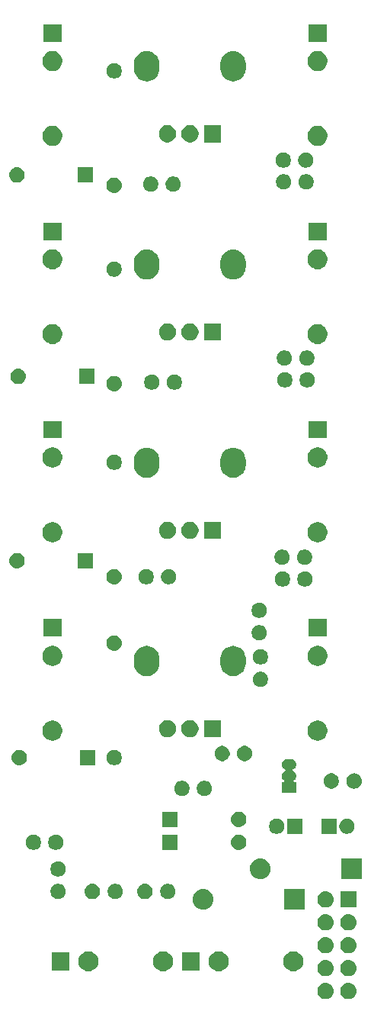
<source format=gbr>
G04 #@! TF.GenerationSoftware,KiCad,Pcbnew,5.1.4*
G04 #@! TF.CreationDate,2019-09-28T21:29:46+01:00*
G04 #@! TF.ProjectId,attenuverter_mixer,61747465-6e75-4766-9572-7465725f6d69,rev?*
G04 #@! TF.SameCoordinates,Original*
G04 #@! TF.FileFunction,Soldermask,Bot*
G04 #@! TF.FilePolarity,Negative*
%FSLAX46Y46*%
G04 Gerber Fmt 4.6, Leading zero omitted, Abs format (unit mm)*
G04 Created by KiCad (PCBNEW 5.1.4) date 2019-09-28 21:29:46*
%MOMM*%
%LPD*%
G04 APERTURE LIST*
%ADD10C,0.100000*%
G04 APERTURE END LIST*
D10*
G36*
X68182442Y-147060518D02*
G01*
X68248627Y-147067037D01*
X68418466Y-147118557D01*
X68574991Y-147202222D01*
X68610729Y-147231552D01*
X68712186Y-147314814D01*
X68795448Y-147416271D01*
X68824778Y-147452009D01*
X68908443Y-147608534D01*
X68959963Y-147778373D01*
X68977359Y-147955000D01*
X68959963Y-148131627D01*
X68908443Y-148301466D01*
X68824778Y-148457991D01*
X68795448Y-148493729D01*
X68712186Y-148595186D01*
X68610729Y-148678448D01*
X68574991Y-148707778D01*
X68418466Y-148791443D01*
X68248627Y-148842963D01*
X68182443Y-148849481D01*
X68116260Y-148856000D01*
X68027740Y-148856000D01*
X67961557Y-148849481D01*
X67895373Y-148842963D01*
X67725534Y-148791443D01*
X67569009Y-148707778D01*
X67533271Y-148678448D01*
X67431814Y-148595186D01*
X67348552Y-148493729D01*
X67319222Y-148457991D01*
X67235557Y-148301466D01*
X67184037Y-148131627D01*
X67166641Y-147955000D01*
X67184037Y-147778373D01*
X67235557Y-147608534D01*
X67319222Y-147452009D01*
X67348552Y-147416271D01*
X67431814Y-147314814D01*
X67533271Y-147231552D01*
X67569009Y-147202222D01*
X67725534Y-147118557D01*
X67895373Y-147067037D01*
X67961558Y-147060518D01*
X68027740Y-147054000D01*
X68116260Y-147054000D01*
X68182442Y-147060518D01*
X68182442Y-147060518D01*
G37*
G36*
X65642442Y-147060518D02*
G01*
X65708627Y-147067037D01*
X65878466Y-147118557D01*
X66034991Y-147202222D01*
X66070729Y-147231552D01*
X66172186Y-147314814D01*
X66255448Y-147416271D01*
X66284778Y-147452009D01*
X66368443Y-147608534D01*
X66419963Y-147778373D01*
X66437359Y-147955000D01*
X66419963Y-148131627D01*
X66368443Y-148301466D01*
X66284778Y-148457991D01*
X66255448Y-148493729D01*
X66172186Y-148595186D01*
X66070729Y-148678448D01*
X66034991Y-148707778D01*
X65878466Y-148791443D01*
X65708627Y-148842963D01*
X65642443Y-148849481D01*
X65576260Y-148856000D01*
X65487740Y-148856000D01*
X65421557Y-148849481D01*
X65355373Y-148842963D01*
X65185534Y-148791443D01*
X65029009Y-148707778D01*
X64993271Y-148678448D01*
X64891814Y-148595186D01*
X64808552Y-148493729D01*
X64779222Y-148457991D01*
X64695557Y-148301466D01*
X64644037Y-148131627D01*
X64626641Y-147955000D01*
X64644037Y-147778373D01*
X64695557Y-147608534D01*
X64779222Y-147452009D01*
X64808552Y-147416271D01*
X64891814Y-147314814D01*
X64993271Y-147231552D01*
X65029009Y-147202222D01*
X65185534Y-147118557D01*
X65355373Y-147067037D01*
X65421558Y-147060518D01*
X65487740Y-147054000D01*
X65576260Y-147054000D01*
X65642442Y-147060518D01*
X65642442Y-147060518D01*
G37*
G36*
X65642442Y-144520518D02*
G01*
X65708627Y-144527037D01*
X65878466Y-144578557D01*
X66034991Y-144662222D01*
X66070729Y-144691552D01*
X66172186Y-144774814D01*
X66255448Y-144876271D01*
X66284778Y-144912009D01*
X66368443Y-145068534D01*
X66419963Y-145238373D01*
X66437359Y-145415000D01*
X66419963Y-145591627D01*
X66368443Y-145761466D01*
X66284778Y-145917991D01*
X66255448Y-145953729D01*
X66172186Y-146055186D01*
X66070729Y-146138448D01*
X66034991Y-146167778D01*
X65878466Y-146251443D01*
X65708627Y-146302963D01*
X65642442Y-146309482D01*
X65576260Y-146316000D01*
X65487740Y-146316000D01*
X65421558Y-146309482D01*
X65355373Y-146302963D01*
X65185534Y-146251443D01*
X65029009Y-146167778D01*
X64993271Y-146138448D01*
X64891814Y-146055186D01*
X64808552Y-145953729D01*
X64779222Y-145917991D01*
X64695557Y-145761466D01*
X64644037Y-145591627D01*
X64626641Y-145415000D01*
X64644037Y-145238373D01*
X64695557Y-145068534D01*
X64779222Y-144912009D01*
X64808552Y-144876271D01*
X64891814Y-144774814D01*
X64993271Y-144691552D01*
X65029009Y-144662222D01*
X65185534Y-144578557D01*
X65355373Y-144527037D01*
X65421558Y-144520518D01*
X65487740Y-144514000D01*
X65576260Y-144514000D01*
X65642442Y-144520518D01*
X65642442Y-144520518D01*
G37*
G36*
X68182442Y-144520518D02*
G01*
X68248627Y-144527037D01*
X68418466Y-144578557D01*
X68574991Y-144662222D01*
X68610729Y-144691552D01*
X68712186Y-144774814D01*
X68795448Y-144876271D01*
X68824778Y-144912009D01*
X68908443Y-145068534D01*
X68959963Y-145238373D01*
X68977359Y-145415000D01*
X68959963Y-145591627D01*
X68908443Y-145761466D01*
X68824778Y-145917991D01*
X68795448Y-145953729D01*
X68712186Y-146055186D01*
X68610729Y-146138448D01*
X68574991Y-146167778D01*
X68418466Y-146251443D01*
X68248627Y-146302963D01*
X68182442Y-146309482D01*
X68116260Y-146316000D01*
X68027740Y-146316000D01*
X67961558Y-146309482D01*
X67895373Y-146302963D01*
X67725534Y-146251443D01*
X67569009Y-146167778D01*
X67533271Y-146138448D01*
X67431814Y-146055186D01*
X67348552Y-145953729D01*
X67319222Y-145917991D01*
X67235557Y-145761466D01*
X67184037Y-145591627D01*
X67166641Y-145415000D01*
X67184037Y-145238373D01*
X67235557Y-145068534D01*
X67319222Y-144912009D01*
X67348552Y-144876271D01*
X67431814Y-144774814D01*
X67533271Y-144691552D01*
X67569009Y-144662222D01*
X67725534Y-144578557D01*
X67895373Y-144527037D01*
X67961558Y-144520518D01*
X68027740Y-144514000D01*
X68116260Y-144514000D01*
X68182442Y-144520518D01*
X68182442Y-144520518D01*
G37*
G36*
X39421655Y-143565591D02*
G01*
X39493525Y-143579887D01*
X39696624Y-143664013D01*
X39879409Y-143786146D01*
X40034854Y-143941591D01*
X40156987Y-144124376D01*
X40156987Y-144124377D01*
X40241113Y-144327476D01*
X40284000Y-144543082D01*
X40284000Y-144762918D01*
X40255409Y-144906655D01*
X40241113Y-144978525D01*
X40156987Y-145181624D01*
X40034854Y-145364409D01*
X39879409Y-145519854D01*
X39696624Y-145641987D01*
X39493525Y-145726113D01*
X39421655Y-145740409D01*
X39277918Y-145769000D01*
X39058082Y-145769000D01*
X38914345Y-145740409D01*
X38842475Y-145726113D01*
X38639376Y-145641987D01*
X38456591Y-145519854D01*
X38301146Y-145364409D01*
X38179013Y-145181624D01*
X38094887Y-144978525D01*
X38080591Y-144906655D01*
X38052000Y-144762918D01*
X38052000Y-144543082D01*
X38094887Y-144327476D01*
X38179013Y-144124377D01*
X38179013Y-144124376D01*
X38301146Y-143941591D01*
X38456591Y-143786146D01*
X38639376Y-143664013D01*
X38842475Y-143579887D01*
X38914345Y-143565591D01*
X39058082Y-143537000D01*
X39277918Y-143537000D01*
X39421655Y-143565591D01*
X39421655Y-143565591D01*
G37*
G36*
X53899655Y-143565591D02*
G01*
X53971525Y-143579887D01*
X54174624Y-143664013D01*
X54357409Y-143786146D01*
X54512854Y-143941591D01*
X54634987Y-144124376D01*
X54634987Y-144124377D01*
X54719113Y-144327476D01*
X54762000Y-144543082D01*
X54762000Y-144762918D01*
X54733409Y-144906655D01*
X54719113Y-144978525D01*
X54634987Y-145181624D01*
X54512854Y-145364409D01*
X54357409Y-145519854D01*
X54174624Y-145641987D01*
X53971525Y-145726113D01*
X53899655Y-145740409D01*
X53755918Y-145769000D01*
X53536082Y-145769000D01*
X53392345Y-145740409D01*
X53320475Y-145726113D01*
X53117376Y-145641987D01*
X52934591Y-145519854D01*
X52779146Y-145364409D01*
X52657013Y-145181624D01*
X52572887Y-144978525D01*
X52558591Y-144906655D01*
X52530000Y-144762918D01*
X52530000Y-144543082D01*
X52572887Y-144327476D01*
X52657013Y-144124377D01*
X52657013Y-144124376D01*
X52779146Y-143941591D01*
X52934591Y-143786146D01*
X53117376Y-143664013D01*
X53320475Y-143579887D01*
X53392345Y-143565591D01*
X53536082Y-143537000D01*
X53755918Y-143537000D01*
X53899655Y-143565591D01*
X53899655Y-143565591D01*
G37*
G36*
X62199655Y-143565591D02*
G01*
X62271525Y-143579887D01*
X62474624Y-143664013D01*
X62657409Y-143786146D01*
X62812854Y-143941591D01*
X62934987Y-144124376D01*
X62934987Y-144124377D01*
X63019113Y-144327476D01*
X63062000Y-144543082D01*
X63062000Y-144762918D01*
X63033409Y-144906655D01*
X63019113Y-144978525D01*
X62934987Y-145181624D01*
X62812854Y-145364409D01*
X62657409Y-145519854D01*
X62474624Y-145641987D01*
X62271525Y-145726113D01*
X62199655Y-145740409D01*
X62055918Y-145769000D01*
X61836082Y-145769000D01*
X61692345Y-145740409D01*
X61620475Y-145726113D01*
X61417376Y-145641987D01*
X61234591Y-145519854D01*
X61079146Y-145364409D01*
X60957013Y-145181624D01*
X60872887Y-144978525D01*
X60858591Y-144906655D01*
X60830000Y-144762918D01*
X60830000Y-144543082D01*
X60872887Y-144327476D01*
X60957013Y-144124377D01*
X60957013Y-144124376D01*
X61079146Y-143941591D01*
X61234591Y-143786146D01*
X61417376Y-143664013D01*
X61620475Y-143579887D01*
X61692345Y-143565591D01*
X61836082Y-143537000D01*
X62055918Y-143537000D01*
X62199655Y-143565591D01*
X62199655Y-143565591D01*
G37*
G36*
X47721655Y-143565591D02*
G01*
X47793525Y-143579887D01*
X47996624Y-143664013D01*
X48179409Y-143786146D01*
X48334854Y-143941591D01*
X48456987Y-144124376D01*
X48456987Y-144124377D01*
X48541113Y-144327476D01*
X48584000Y-144543082D01*
X48584000Y-144762918D01*
X48555409Y-144906655D01*
X48541113Y-144978525D01*
X48456987Y-145181624D01*
X48334854Y-145364409D01*
X48179409Y-145519854D01*
X47996624Y-145641987D01*
X47793525Y-145726113D01*
X47721655Y-145740409D01*
X47577918Y-145769000D01*
X47358082Y-145769000D01*
X47214345Y-145740409D01*
X47142475Y-145726113D01*
X46939376Y-145641987D01*
X46756591Y-145519854D01*
X46601146Y-145364409D01*
X46479013Y-145181624D01*
X46394887Y-144978525D01*
X46380591Y-144906655D01*
X46352000Y-144762918D01*
X46352000Y-144543082D01*
X46394887Y-144327476D01*
X46479013Y-144124377D01*
X46479013Y-144124376D01*
X46601146Y-143941591D01*
X46756591Y-143786146D01*
X46939376Y-143664013D01*
X47142475Y-143579887D01*
X47214345Y-143565591D01*
X47358082Y-143537000D01*
X47577918Y-143537000D01*
X47721655Y-143565591D01*
X47721655Y-143565591D01*
G37*
G36*
X51512000Y-145669000D02*
G01*
X49580000Y-145669000D01*
X49580000Y-143637000D01*
X51512000Y-143637000D01*
X51512000Y-145669000D01*
X51512000Y-145669000D01*
G37*
G36*
X37034000Y-145669000D02*
G01*
X35102000Y-145669000D01*
X35102000Y-143637000D01*
X37034000Y-143637000D01*
X37034000Y-145669000D01*
X37034000Y-145669000D01*
G37*
G36*
X65642443Y-141980519D02*
G01*
X65708627Y-141987037D01*
X65878466Y-142038557D01*
X66034991Y-142122222D01*
X66070729Y-142151552D01*
X66172186Y-142234814D01*
X66255448Y-142336271D01*
X66284778Y-142372009D01*
X66368443Y-142528534D01*
X66419963Y-142698373D01*
X66437359Y-142875000D01*
X66419963Y-143051627D01*
X66368443Y-143221466D01*
X66284778Y-143377991D01*
X66255448Y-143413729D01*
X66172186Y-143515186D01*
X66093346Y-143579887D01*
X66034991Y-143627778D01*
X65878466Y-143711443D01*
X65708627Y-143762963D01*
X65642442Y-143769482D01*
X65576260Y-143776000D01*
X65487740Y-143776000D01*
X65421558Y-143769482D01*
X65355373Y-143762963D01*
X65185534Y-143711443D01*
X65029009Y-143627778D01*
X64970654Y-143579887D01*
X64891814Y-143515186D01*
X64808552Y-143413729D01*
X64779222Y-143377991D01*
X64695557Y-143221466D01*
X64644037Y-143051627D01*
X64626641Y-142875000D01*
X64644037Y-142698373D01*
X64695557Y-142528534D01*
X64779222Y-142372009D01*
X64808552Y-142336271D01*
X64891814Y-142234814D01*
X64993271Y-142151552D01*
X65029009Y-142122222D01*
X65185534Y-142038557D01*
X65355373Y-141987037D01*
X65421557Y-141980519D01*
X65487740Y-141974000D01*
X65576260Y-141974000D01*
X65642443Y-141980519D01*
X65642443Y-141980519D01*
G37*
G36*
X68182443Y-141980519D02*
G01*
X68248627Y-141987037D01*
X68418466Y-142038557D01*
X68574991Y-142122222D01*
X68610729Y-142151552D01*
X68712186Y-142234814D01*
X68795448Y-142336271D01*
X68824778Y-142372009D01*
X68908443Y-142528534D01*
X68959963Y-142698373D01*
X68977359Y-142875000D01*
X68959963Y-143051627D01*
X68908443Y-143221466D01*
X68824778Y-143377991D01*
X68795448Y-143413729D01*
X68712186Y-143515186D01*
X68633346Y-143579887D01*
X68574991Y-143627778D01*
X68418466Y-143711443D01*
X68248627Y-143762963D01*
X68182442Y-143769482D01*
X68116260Y-143776000D01*
X68027740Y-143776000D01*
X67961558Y-143769482D01*
X67895373Y-143762963D01*
X67725534Y-143711443D01*
X67569009Y-143627778D01*
X67510654Y-143579887D01*
X67431814Y-143515186D01*
X67348552Y-143413729D01*
X67319222Y-143377991D01*
X67235557Y-143221466D01*
X67184037Y-143051627D01*
X67166641Y-142875000D01*
X67184037Y-142698373D01*
X67235557Y-142528534D01*
X67319222Y-142372009D01*
X67348552Y-142336271D01*
X67431814Y-142234814D01*
X67533271Y-142151552D01*
X67569009Y-142122222D01*
X67725534Y-142038557D01*
X67895373Y-141987037D01*
X67961557Y-141980519D01*
X68027740Y-141974000D01*
X68116260Y-141974000D01*
X68182443Y-141980519D01*
X68182443Y-141980519D01*
G37*
G36*
X65642443Y-139440519D02*
G01*
X65708627Y-139447037D01*
X65878466Y-139498557D01*
X66034991Y-139582222D01*
X66070729Y-139611552D01*
X66172186Y-139694814D01*
X66255448Y-139796271D01*
X66284778Y-139832009D01*
X66368443Y-139988534D01*
X66419963Y-140158373D01*
X66437359Y-140335000D01*
X66419963Y-140511627D01*
X66368443Y-140681466D01*
X66284778Y-140837991D01*
X66255448Y-140873729D01*
X66172186Y-140975186D01*
X66070729Y-141058448D01*
X66034991Y-141087778D01*
X65878466Y-141171443D01*
X65708627Y-141222963D01*
X65642442Y-141229482D01*
X65576260Y-141236000D01*
X65487740Y-141236000D01*
X65421558Y-141229482D01*
X65355373Y-141222963D01*
X65185534Y-141171443D01*
X65029009Y-141087778D01*
X64993271Y-141058448D01*
X64891814Y-140975186D01*
X64808552Y-140873729D01*
X64779222Y-140837991D01*
X64695557Y-140681466D01*
X64644037Y-140511627D01*
X64626641Y-140335000D01*
X64644037Y-140158373D01*
X64695557Y-139988534D01*
X64779222Y-139832009D01*
X64808552Y-139796271D01*
X64891814Y-139694814D01*
X64993271Y-139611552D01*
X65029009Y-139582222D01*
X65185534Y-139498557D01*
X65355373Y-139447037D01*
X65421557Y-139440519D01*
X65487740Y-139434000D01*
X65576260Y-139434000D01*
X65642443Y-139440519D01*
X65642443Y-139440519D01*
G37*
G36*
X68182443Y-139440519D02*
G01*
X68248627Y-139447037D01*
X68418466Y-139498557D01*
X68574991Y-139582222D01*
X68610729Y-139611552D01*
X68712186Y-139694814D01*
X68795448Y-139796271D01*
X68824778Y-139832009D01*
X68908443Y-139988534D01*
X68959963Y-140158373D01*
X68977359Y-140335000D01*
X68959963Y-140511627D01*
X68908443Y-140681466D01*
X68824778Y-140837991D01*
X68795448Y-140873729D01*
X68712186Y-140975186D01*
X68610729Y-141058448D01*
X68574991Y-141087778D01*
X68418466Y-141171443D01*
X68248627Y-141222963D01*
X68182442Y-141229482D01*
X68116260Y-141236000D01*
X68027740Y-141236000D01*
X67961558Y-141229482D01*
X67895373Y-141222963D01*
X67725534Y-141171443D01*
X67569009Y-141087778D01*
X67533271Y-141058448D01*
X67431814Y-140975186D01*
X67348552Y-140873729D01*
X67319222Y-140837991D01*
X67235557Y-140681466D01*
X67184037Y-140511627D01*
X67166641Y-140335000D01*
X67184037Y-140158373D01*
X67235557Y-139988534D01*
X67319222Y-139832009D01*
X67348552Y-139796271D01*
X67431814Y-139694814D01*
X67533271Y-139611552D01*
X67569009Y-139582222D01*
X67725534Y-139498557D01*
X67895373Y-139447037D01*
X67961557Y-139440519D01*
X68027740Y-139434000D01*
X68116260Y-139434000D01*
X68182443Y-139440519D01*
X68182443Y-139440519D01*
G37*
G36*
X63254000Y-138946000D02*
G01*
X60952000Y-138946000D01*
X60952000Y-136644000D01*
X63254000Y-136644000D01*
X63254000Y-138946000D01*
X63254000Y-138946000D01*
G37*
G36*
X52112271Y-136655103D02*
G01*
X52168635Y-136660654D01*
X52385600Y-136726470D01*
X52385602Y-136726471D01*
X52585555Y-136833347D01*
X52760818Y-136977182D01*
X52904653Y-137152445D01*
X52988384Y-137309097D01*
X53011530Y-137352400D01*
X53076633Y-137567015D01*
X53077346Y-137569366D01*
X53099569Y-137795000D01*
X53077346Y-138020634D01*
X53011529Y-138237602D01*
X52904653Y-138437555D01*
X52760818Y-138612818D01*
X52585555Y-138756653D01*
X52385602Y-138863529D01*
X52385600Y-138863530D01*
X52168635Y-138929346D01*
X52112271Y-138934897D01*
X51999545Y-138946000D01*
X51886455Y-138946000D01*
X51773729Y-138934897D01*
X51717365Y-138929346D01*
X51500400Y-138863530D01*
X51500398Y-138863529D01*
X51300445Y-138756653D01*
X51125182Y-138612818D01*
X50981347Y-138437555D01*
X50874471Y-138237602D01*
X50808654Y-138020634D01*
X50786431Y-137795000D01*
X50808654Y-137569366D01*
X50809367Y-137567015D01*
X50874470Y-137352400D01*
X50897616Y-137309097D01*
X50981347Y-137152445D01*
X51125182Y-136977182D01*
X51300445Y-136833347D01*
X51500398Y-136726471D01*
X51500400Y-136726470D01*
X51717365Y-136660654D01*
X51773729Y-136655103D01*
X51886455Y-136644000D01*
X51999545Y-136644000D01*
X52112271Y-136655103D01*
X52112271Y-136655103D01*
G37*
G36*
X65642442Y-136900518D02*
G01*
X65708627Y-136907037D01*
X65878466Y-136958557D01*
X66034991Y-137042222D01*
X66070729Y-137071552D01*
X66172186Y-137154814D01*
X66236549Y-137233242D01*
X66284778Y-137292009D01*
X66368443Y-137448534D01*
X66419963Y-137618373D01*
X66437359Y-137795000D01*
X66419963Y-137971627D01*
X66368443Y-138141466D01*
X66284778Y-138297991D01*
X66255448Y-138333729D01*
X66172186Y-138435186D01*
X66070729Y-138518448D01*
X66034991Y-138547778D01*
X65878466Y-138631443D01*
X65708627Y-138682963D01*
X65642443Y-138689481D01*
X65576260Y-138696000D01*
X65487740Y-138696000D01*
X65421557Y-138689481D01*
X65355373Y-138682963D01*
X65185534Y-138631443D01*
X65029009Y-138547778D01*
X64993271Y-138518448D01*
X64891814Y-138435186D01*
X64808552Y-138333729D01*
X64779222Y-138297991D01*
X64695557Y-138141466D01*
X64644037Y-137971627D01*
X64626641Y-137795000D01*
X64644037Y-137618373D01*
X64695557Y-137448534D01*
X64779222Y-137292009D01*
X64827451Y-137233242D01*
X64891814Y-137154814D01*
X64993271Y-137071552D01*
X65029009Y-137042222D01*
X65185534Y-136958557D01*
X65355373Y-136907037D01*
X65421558Y-136900518D01*
X65487740Y-136894000D01*
X65576260Y-136894000D01*
X65642442Y-136900518D01*
X65642442Y-136900518D01*
G37*
G36*
X68973000Y-138696000D02*
G01*
X67171000Y-138696000D01*
X67171000Y-136894000D01*
X68973000Y-136894000D01*
X68973000Y-138696000D01*
X68973000Y-138696000D01*
G37*
G36*
X48254228Y-136087703D02*
G01*
X48409100Y-136151853D01*
X48548481Y-136244985D01*
X48667015Y-136363519D01*
X48760147Y-136502900D01*
X48824297Y-136657772D01*
X48857000Y-136822184D01*
X48857000Y-136989816D01*
X48824297Y-137154228D01*
X48760147Y-137309100D01*
X48667015Y-137448481D01*
X48548481Y-137567015D01*
X48409100Y-137660147D01*
X48254228Y-137724297D01*
X48089816Y-137757000D01*
X47922184Y-137757000D01*
X47757772Y-137724297D01*
X47602900Y-137660147D01*
X47463519Y-137567015D01*
X47344985Y-137448481D01*
X47251853Y-137309100D01*
X47187703Y-137154228D01*
X47155000Y-136989816D01*
X47155000Y-136822184D01*
X47187703Y-136657772D01*
X47251853Y-136502900D01*
X47344985Y-136363519D01*
X47463519Y-136244985D01*
X47602900Y-136151853D01*
X47757772Y-136087703D01*
X47922184Y-136055000D01*
X48089816Y-136055000D01*
X48254228Y-136087703D01*
X48254228Y-136087703D01*
G37*
G36*
X45632823Y-136067313D02*
G01*
X45793242Y-136115976D01*
X45860361Y-136151852D01*
X45941078Y-136194996D01*
X46070659Y-136301341D01*
X46177004Y-136430922D01*
X46177005Y-136430924D01*
X46256024Y-136578758D01*
X46304687Y-136739177D01*
X46321117Y-136906000D01*
X46304687Y-137072823D01*
X46256024Y-137233242D01*
X46215477Y-137309100D01*
X46177004Y-137381078D01*
X46070659Y-137510659D01*
X45941078Y-137617004D01*
X45941076Y-137617005D01*
X45793242Y-137696024D01*
X45632823Y-137744687D01*
X45507804Y-137757000D01*
X45424196Y-137757000D01*
X45299177Y-137744687D01*
X45138758Y-137696024D01*
X44990924Y-137617005D01*
X44990922Y-137617004D01*
X44861341Y-137510659D01*
X44754996Y-137381078D01*
X44716523Y-137309100D01*
X44675976Y-137233242D01*
X44627313Y-137072823D01*
X44610883Y-136906000D01*
X44627313Y-136739177D01*
X44675976Y-136578758D01*
X44754995Y-136430924D01*
X44754996Y-136430922D01*
X44861341Y-136301341D01*
X44990922Y-136194996D01*
X45071639Y-136151852D01*
X45138758Y-136115976D01*
X45299177Y-136067313D01*
X45424196Y-136055000D01*
X45507804Y-136055000D01*
X45632823Y-136067313D01*
X45632823Y-136067313D01*
G37*
G36*
X39790823Y-136067313D02*
G01*
X39951242Y-136115976D01*
X40018361Y-136151852D01*
X40099078Y-136194996D01*
X40228659Y-136301341D01*
X40335004Y-136430922D01*
X40335005Y-136430924D01*
X40414024Y-136578758D01*
X40462687Y-136739177D01*
X40479117Y-136906000D01*
X40462687Y-137072823D01*
X40414024Y-137233242D01*
X40373477Y-137309100D01*
X40335004Y-137381078D01*
X40228659Y-137510659D01*
X40099078Y-137617004D01*
X40099076Y-137617005D01*
X39951242Y-137696024D01*
X39790823Y-137744687D01*
X39665804Y-137757000D01*
X39582196Y-137757000D01*
X39457177Y-137744687D01*
X39296758Y-137696024D01*
X39148924Y-137617005D01*
X39148922Y-137617004D01*
X39019341Y-137510659D01*
X38912996Y-137381078D01*
X38874523Y-137309100D01*
X38833976Y-137233242D01*
X38785313Y-137072823D01*
X38768883Y-136906000D01*
X38785313Y-136739177D01*
X38833976Y-136578758D01*
X38912995Y-136430924D01*
X38912996Y-136430922D01*
X39019341Y-136301341D01*
X39148922Y-136194996D01*
X39229639Y-136151852D01*
X39296758Y-136115976D01*
X39457177Y-136067313D01*
X39582196Y-136055000D01*
X39665804Y-136055000D01*
X39790823Y-136067313D01*
X39790823Y-136067313D01*
G37*
G36*
X42412228Y-136087703D02*
G01*
X42567100Y-136151853D01*
X42706481Y-136244985D01*
X42825015Y-136363519D01*
X42918147Y-136502900D01*
X42982297Y-136657772D01*
X43015000Y-136822184D01*
X43015000Y-136989816D01*
X42982297Y-137154228D01*
X42918147Y-137309100D01*
X42825015Y-137448481D01*
X42706481Y-137567015D01*
X42567100Y-137660147D01*
X42412228Y-137724297D01*
X42247816Y-137757000D01*
X42080184Y-137757000D01*
X41915772Y-137724297D01*
X41760900Y-137660147D01*
X41621519Y-137567015D01*
X41502985Y-137448481D01*
X41409853Y-137309100D01*
X41345703Y-137154228D01*
X41313000Y-136989816D01*
X41313000Y-136822184D01*
X41345703Y-136657772D01*
X41409853Y-136502900D01*
X41502985Y-136363519D01*
X41621519Y-136244985D01*
X41760900Y-136151853D01*
X41915772Y-136087703D01*
X42080184Y-136055000D01*
X42247816Y-136055000D01*
X42412228Y-136087703D01*
X42412228Y-136087703D01*
G37*
G36*
X36062228Y-136087703D02*
G01*
X36217100Y-136151853D01*
X36356481Y-136244985D01*
X36475015Y-136363519D01*
X36568147Y-136502900D01*
X36632297Y-136657772D01*
X36665000Y-136822184D01*
X36665000Y-136989816D01*
X36632297Y-137154228D01*
X36568147Y-137309100D01*
X36475015Y-137448481D01*
X36356481Y-137567015D01*
X36217100Y-137660147D01*
X36062228Y-137724297D01*
X35897816Y-137757000D01*
X35730184Y-137757000D01*
X35565772Y-137724297D01*
X35410900Y-137660147D01*
X35271519Y-137567015D01*
X35152985Y-137448481D01*
X35059853Y-137309100D01*
X34995703Y-137154228D01*
X34963000Y-136989816D01*
X34963000Y-136822184D01*
X34995703Y-136657772D01*
X35059853Y-136502900D01*
X35152985Y-136363519D01*
X35271519Y-136244985D01*
X35410900Y-136151853D01*
X35565772Y-136087703D01*
X35730184Y-136055000D01*
X35897816Y-136055000D01*
X36062228Y-136087703D01*
X36062228Y-136087703D01*
G37*
G36*
X58462271Y-133226103D02*
G01*
X58518635Y-133231654D01*
X58735600Y-133297470D01*
X58735602Y-133297471D01*
X58935555Y-133404347D01*
X59110818Y-133548182D01*
X59254653Y-133723445D01*
X59329523Y-133863519D01*
X59361530Y-133923400D01*
X59427346Y-134140365D01*
X59449569Y-134366000D01*
X59427346Y-134591635D01*
X59408359Y-134654228D01*
X59361529Y-134808602D01*
X59254653Y-135008555D01*
X59110818Y-135183818D01*
X58935555Y-135327653D01*
X58735602Y-135434529D01*
X58735600Y-135434530D01*
X58518635Y-135500346D01*
X58462271Y-135505897D01*
X58349545Y-135517000D01*
X58236455Y-135517000D01*
X58123729Y-135505897D01*
X58067365Y-135500346D01*
X57850400Y-135434530D01*
X57850398Y-135434529D01*
X57650445Y-135327653D01*
X57475182Y-135183818D01*
X57331347Y-135008555D01*
X57224471Y-134808602D01*
X57177642Y-134654228D01*
X57158654Y-134591635D01*
X57136431Y-134366000D01*
X57158654Y-134140365D01*
X57224470Y-133923400D01*
X57256477Y-133863519D01*
X57331347Y-133723445D01*
X57475182Y-133548182D01*
X57650445Y-133404347D01*
X57850398Y-133297471D01*
X57850400Y-133297470D01*
X58067365Y-133231654D01*
X58123729Y-133226103D01*
X58236455Y-133215000D01*
X58349545Y-133215000D01*
X58462271Y-133226103D01*
X58462271Y-133226103D01*
G37*
G36*
X69604000Y-135517000D02*
G01*
X67302000Y-135517000D01*
X67302000Y-133215000D01*
X69604000Y-133215000D01*
X69604000Y-135517000D01*
X69604000Y-135517000D01*
G37*
G36*
X36062228Y-133587703D02*
G01*
X36217100Y-133651853D01*
X36356481Y-133744985D01*
X36475015Y-133863519D01*
X36568147Y-134002900D01*
X36632297Y-134157772D01*
X36665000Y-134322184D01*
X36665000Y-134489816D01*
X36632297Y-134654228D01*
X36568147Y-134809100D01*
X36475015Y-134948481D01*
X36356481Y-135067015D01*
X36217100Y-135160147D01*
X36062228Y-135224297D01*
X35897816Y-135257000D01*
X35730184Y-135257000D01*
X35565772Y-135224297D01*
X35410900Y-135160147D01*
X35271519Y-135067015D01*
X35152985Y-134948481D01*
X35059853Y-134809100D01*
X34995703Y-134654228D01*
X34963000Y-134489816D01*
X34963000Y-134322184D01*
X34995703Y-134157772D01*
X35059853Y-134002900D01*
X35152985Y-133863519D01*
X35271519Y-133744985D01*
X35410900Y-133651853D01*
X35565772Y-133587703D01*
X35730184Y-133555000D01*
X35897816Y-133555000D01*
X36062228Y-133587703D01*
X36062228Y-133587703D01*
G37*
G36*
X49111000Y-132296000D02*
G01*
X47409000Y-132296000D01*
X47409000Y-130594000D01*
X49111000Y-130594000D01*
X49111000Y-132296000D01*
X49111000Y-132296000D01*
G37*
G36*
X33308228Y-130626703D02*
G01*
X33463100Y-130690853D01*
X33602481Y-130783985D01*
X33721015Y-130902519D01*
X33814147Y-131041900D01*
X33878297Y-131196772D01*
X33911000Y-131361184D01*
X33911000Y-131528816D01*
X33878297Y-131693228D01*
X33814147Y-131848100D01*
X33721015Y-131987481D01*
X33602481Y-132106015D01*
X33463100Y-132199147D01*
X33308228Y-132263297D01*
X33143816Y-132296000D01*
X32976184Y-132296000D01*
X32811772Y-132263297D01*
X32656900Y-132199147D01*
X32517519Y-132106015D01*
X32398985Y-131987481D01*
X32305853Y-131848100D01*
X32241703Y-131693228D01*
X32209000Y-131528816D01*
X32209000Y-131361184D01*
X32241703Y-131196772D01*
X32305853Y-131041900D01*
X32398985Y-130902519D01*
X32517519Y-130783985D01*
X32656900Y-130690853D01*
X32811772Y-130626703D01*
X32976184Y-130594000D01*
X33143816Y-130594000D01*
X33308228Y-130626703D01*
X33308228Y-130626703D01*
G37*
G36*
X35808228Y-130626703D02*
G01*
X35963100Y-130690853D01*
X36102481Y-130783985D01*
X36221015Y-130902519D01*
X36314147Y-131041900D01*
X36378297Y-131196772D01*
X36411000Y-131361184D01*
X36411000Y-131528816D01*
X36378297Y-131693228D01*
X36314147Y-131848100D01*
X36221015Y-131987481D01*
X36102481Y-132106015D01*
X35963100Y-132199147D01*
X35808228Y-132263297D01*
X35643816Y-132296000D01*
X35476184Y-132296000D01*
X35311772Y-132263297D01*
X35156900Y-132199147D01*
X35017519Y-132106015D01*
X34898985Y-131987481D01*
X34805853Y-131848100D01*
X34741703Y-131693228D01*
X34709000Y-131528816D01*
X34709000Y-131361184D01*
X34741703Y-131196772D01*
X34805853Y-131041900D01*
X34898985Y-130902519D01*
X35017519Y-130783985D01*
X35156900Y-130690853D01*
X35311772Y-130626703D01*
X35476184Y-130594000D01*
X35643816Y-130594000D01*
X35808228Y-130626703D01*
X35808228Y-130626703D01*
G37*
G36*
X56046823Y-130606313D02*
G01*
X56207242Y-130654976D01*
X56274361Y-130690852D01*
X56355078Y-130733996D01*
X56484659Y-130840341D01*
X56591004Y-130969922D01*
X56591005Y-130969924D01*
X56670024Y-131117758D01*
X56718687Y-131278177D01*
X56735117Y-131445000D01*
X56718687Y-131611823D01*
X56670024Y-131772242D01*
X56629477Y-131848100D01*
X56591004Y-131920078D01*
X56484659Y-132049659D01*
X56355078Y-132156004D01*
X56355076Y-132156005D01*
X56207242Y-132235024D01*
X56046823Y-132283687D01*
X55921804Y-132296000D01*
X55838196Y-132296000D01*
X55713177Y-132283687D01*
X55552758Y-132235024D01*
X55404924Y-132156005D01*
X55404922Y-132156004D01*
X55275341Y-132049659D01*
X55168996Y-131920078D01*
X55130523Y-131848100D01*
X55089976Y-131772242D01*
X55041313Y-131611823D01*
X55024883Y-131445000D01*
X55041313Y-131278177D01*
X55089976Y-131117758D01*
X55168995Y-130969924D01*
X55168996Y-130969922D01*
X55275341Y-130840341D01*
X55404922Y-130733996D01*
X55485639Y-130690852D01*
X55552758Y-130654976D01*
X55713177Y-130606313D01*
X55838196Y-130594000D01*
X55921804Y-130594000D01*
X56046823Y-130606313D01*
X56046823Y-130606313D01*
G37*
G36*
X68161228Y-128848703D02*
G01*
X68316100Y-128912853D01*
X68455481Y-129005985D01*
X68574015Y-129124519D01*
X68667147Y-129263900D01*
X68731297Y-129418772D01*
X68764000Y-129583184D01*
X68764000Y-129750816D01*
X68731297Y-129915228D01*
X68667147Y-130070100D01*
X68574015Y-130209481D01*
X68455481Y-130328015D01*
X68316100Y-130421147D01*
X68161228Y-130485297D01*
X67996816Y-130518000D01*
X67829184Y-130518000D01*
X67664772Y-130485297D01*
X67509900Y-130421147D01*
X67370519Y-130328015D01*
X67251985Y-130209481D01*
X67158853Y-130070100D01*
X67094703Y-129915228D01*
X67062000Y-129750816D01*
X67062000Y-129583184D01*
X67094703Y-129418772D01*
X67158853Y-129263900D01*
X67251985Y-129124519D01*
X67370519Y-129005985D01*
X67509900Y-128912853D01*
X67664772Y-128848703D01*
X67829184Y-128816000D01*
X67996816Y-128816000D01*
X68161228Y-128848703D01*
X68161228Y-128848703D01*
G37*
G36*
X60351228Y-128848703D02*
G01*
X60506100Y-128912853D01*
X60645481Y-129005985D01*
X60764015Y-129124519D01*
X60857147Y-129263900D01*
X60921297Y-129418772D01*
X60954000Y-129583184D01*
X60954000Y-129750816D01*
X60921297Y-129915228D01*
X60857147Y-130070100D01*
X60764015Y-130209481D01*
X60645481Y-130328015D01*
X60506100Y-130421147D01*
X60351228Y-130485297D01*
X60186816Y-130518000D01*
X60019184Y-130518000D01*
X59854772Y-130485297D01*
X59699900Y-130421147D01*
X59560519Y-130328015D01*
X59441985Y-130209481D01*
X59348853Y-130070100D01*
X59284703Y-129915228D01*
X59252000Y-129750816D01*
X59252000Y-129583184D01*
X59284703Y-129418772D01*
X59348853Y-129263900D01*
X59441985Y-129124519D01*
X59560519Y-129005985D01*
X59699900Y-128912853D01*
X59854772Y-128848703D01*
X60019184Y-128816000D01*
X60186816Y-128816000D01*
X60351228Y-128848703D01*
X60351228Y-128848703D01*
G37*
G36*
X66764000Y-130518000D02*
G01*
X65062000Y-130518000D01*
X65062000Y-128816000D01*
X66764000Y-128816000D01*
X66764000Y-130518000D01*
X66764000Y-130518000D01*
G37*
G36*
X62954000Y-130518000D02*
G01*
X61252000Y-130518000D01*
X61252000Y-128816000D01*
X62954000Y-128816000D01*
X62954000Y-130518000D01*
X62954000Y-130518000D01*
G37*
G36*
X56046823Y-128066313D02*
G01*
X56207242Y-128114976D01*
X56339906Y-128185886D01*
X56355078Y-128193996D01*
X56484659Y-128300341D01*
X56591004Y-128429922D01*
X56591005Y-128429924D01*
X56670024Y-128577758D01*
X56718687Y-128738177D01*
X56735117Y-128905000D01*
X56718687Y-129071823D01*
X56670024Y-129232242D01*
X56599114Y-129364906D01*
X56591004Y-129380078D01*
X56484659Y-129509659D01*
X56355078Y-129616004D01*
X56355076Y-129616005D01*
X56207242Y-129695024D01*
X56046823Y-129743687D01*
X55921804Y-129756000D01*
X55838196Y-129756000D01*
X55713177Y-129743687D01*
X55552758Y-129695024D01*
X55404924Y-129616005D01*
X55404922Y-129616004D01*
X55275341Y-129509659D01*
X55168996Y-129380078D01*
X55160886Y-129364906D01*
X55089976Y-129232242D01*
X55041313Y-129071823D01*
X55024883Y-128905000D01*
X55041313Y-128738177D01*
X55089976Y-128577758D01*
X55168995Y-128429924D01*
X55168996Y-128429922D01*
X55275341Y-128300341D01*
X55404922Y-128193996D01*
X55420094Y-128185886D01*
X55552758Y-128114976D01*
X55713177Y-128066313D01*
X55838196Y-128054000D01*
X55921804Y-128054000D01*
X56046823Y-128066313D01*
X56046823Y-128066313D01*
G37*
G36*
X49111000Y-129756000D02*
G01*
X47409000Y-129756000D01*
X47409000Y-128054000D01*
X49111000Y-128054000D01*
X49111000Y-129756000D01*
X49111000Y-129756000D01*
G37*
G36*
X52318228Y-124657703D02*
G01*
X52473100Y-124721853D01*
X52612481Y-124814985D01*
X52731015Y-124933519D01*
X52824147Y-125072900D01*
X52888297Y-125227772D01*
X52921000Y-125392184D01*
X52921000Y-125559816D01*
X52888297Y-125724228D01*
X52824147Y-125879100D01*
X52731015Y-126018481D01*
X52612481Y-126137015D01*
X52473100Y-126230147D01*
X52318228Y-126294297D01*
X52153816Y-126327000D01*
X51986184Y-126327000D01*
X51821772Y-126294297D01*
X51666900Y-126230147D01*
X51527519Y-126137015D01*
X51408985Y-126018481D01*
X51315853Y-125879100D01*
X51251703Y-125724228D01*
X51219000Y-125559816D01*
X51219000Y-125392184D01*
X51251703Y-125227772D01*
X51315853Y-125072900D01*
X51408985Y-124933519D01*
X51527519Y-124814985D01*
X51666900Y-124721853D01*
X51821772Y-124657703D01*
X51986184Y-124625000D01*
X52153816Y-124625000D01*
X52318228Y-124657703D01*
X52318228Y-124657703D01*
G37*
G36*
X49818228Y-124657703D02*
G01*
X49973100Y-124721853D01*
X50112481Y-124814985D01*
X50231015Y-124933519D01*
X50324147Y-125072900D01*
X50388297Y-125227772D01*
X50421000Y-125392184D01*
X50421000Y-125559816D01*
X50388297Y-125724228D01*
X50324147Y-125879100D01*
X50231015Y-126018481D01*
X50112481Y-126137015D01*
X49973100Y-126230147D01*
X49818228Y-126294297D01*
X49653816Y-126327000D01*
X49486184Y-126327000D01*
X49321772Y-126294297D01*
X49166900Y-126230147D01*
X49027519Y-126137015D01*
X48908985Y-126018481D01*
X48815853Y-125879100D01*
X48751703Y-125724228D01*
X48719000Y-125559816D01*
X48719000Y-125392184D01*
X48751703Y-125227772D01*
X48815853Y-125072900D01*
X48908985Y-124933519D01*
X49027519Y-124814985D01*
X49166900Y-124721853D01*
X49321772Y-124657703D01*
X49486184Y-124625000D01*
X49653816Y-124625000D01*
X49818228Y-124657703D01*
X49818228Y-124657703D01*
G37*
G36*
X61805916Y-122241334D02*
G01*
X61914492Y-122274271D01*
X61914495Y-122274272D01*
X61950601Y-122293571D01*
X62014557Y-122327756D01*
X62102264Y-122399736D01*
X62174244Y-122487443D01*
X62192755Y-122522076D01*
X62227728Y-122587505D01*
X62227729Y-122587508D01*
X62260666Y-122696084D01*
X62271787Y-122809000D01*
X62260666Y-122921916D01*
X62227729Y-123030492D01*
X62227728Y-123030495D01*
X62208429Y-123066601D01*
X62174244Y-123130557D01*
X62102264Y-123218264D01*
X62014557Y-123290244D01*
X61933141Y-123333761D01*
X61912766Y-123347375D01*
X61895439Y-123364702D01*
X61881826Y-123385076D01*
X61872448Y-123407715D01*
X61867668Y-123431748D01*
X61867668Y-123456252D01*
X61872448Y-123480285D01*
X61881826Y-123502924D01*
X61895440Y-123523299D01*
X61912767Y-123540626D01*
X61933141Y-123554239D01*
X62014557Y-123597756D01*
X62102264Y-123669736D01*
X62174244Y-123757443D01*
X62203305Y-123811813D01*
X62227728Y-123857505D01*
X62227729Y-123857508D01*
X62260666Y-123966084D01*
X62271787Y-124079000D01*
X62260666Y-124191916D01*
X62227729Y-124300492D01*
X62227728Y-124300495D01*
X62215561Y-124323258D01*
X62174244Y-124400557D01*
X62102264Y-124488264D01*
X62025354Y-124551383D01*
X62008035Y-124568702D01*
X61994421Y-124589077D01*
X61985043Y-124611716D01*
X61980263Y-124635749D01*
X61980263Y-124660253D01*
X61985043Y-124684286D01*
X61994421Y-124706925D01*
X62008034Y-124727299D01*
X62025361Y-124744626D01*
X62045736Y-124758240D01*
X62068375Y-124767618D01*
X62092408Y-124772398D01*
X62104660Y-124773000D01*
X62269000Y-124773000D01*
X62269000Y-125925000D01*
X60667000Y-125925000D01*
X60667000Y-124773000D01*
X60831340Y-124773000D01*
X60855726Y-124770598D01*
X60879175Y-124763485D01*
X60900786Y-124751934D01*
X60919728Y-124736389D01*
X60935273Y-124717447D01*
X60946824Y-124695836D01*
X60953937Y-124672387D01*
X60956339Y-124648001D01*
X60953937Y-124623615D01*
X60946824Y-124600166D01*
X60935273Y-124578555D01*
X60919728Y-124559613D01*
X60910655Y-124551391D01*
X60833736Y-124488264D01*
X60761756Y-124400557D01*
X60720439Y-124323258D01*
X60708272Y-124300495D01*
X60708271Y-124300492D01*
X60675334Y-124191916D01*
X60664213Y-124079000D01*
X60675334Y-123966084D01*
X60708271Y-123857508D01*
X60708272Y-123857505D01*
X60732695Y-123811813D01*
X60761756Y-123757443D01*
X60833736Y-123669736D01*
X60921443Y-123597756D01*
X61002859Y-123554239D01*
X61023234Y-123540625D01*
X61040561Y-123523298D01*
X61054174Y-123502924D01*
X61063552Y-123480285D01*
X61068332Y-123456252D01*
X61068332Y-123431748D01*
X61063552Y-123407715D01*
X61054174Y-123385076D01*
X61040560Y-123364701D01*
X61023233Y-123347374D01*
X61002859Y-123333761D01*
X60921443Y-123290244D01*
X60833736Y-123218264D01*
X60761756Y-123130557D01*
X60727571Y-123066601D01*
X60708272Y-123030495D01*
X60708271Y-123030492D01*
X60675334Y-122921916D01*
X60664213Y-122809000D01*
X60675334Y-122696084D01*
X60708271Y-122587508D01*
X60708272Y-122587505D01*
X60743245Y-122522076D01*
X60761756Y-122487443D01*
X60833736Y-122399736D01*
X60921443Y-122327756D01*
X60985399Y-122293571D01*
X61021505Y-122274272D01*
X61021508Y-122274271D01*
X61130084Y-122241334D01*
X61214702Y-122233000D01*
X61721298Y-122233000D01*
X61805916Y-122241334D01*
X61805916Y-122241334D01*
G37*
G36*
X68873823Y-123811813D02*
G01*
X69034242Y-123860476D01*
X69101361Y-123896352D01*
X69182078Y-123939496D01*
X69311659Y-124045841D01*
X69418004Y-124175422D01*
X69418005Y-124175424D01*
X69497024Y-124323258D01*
X69545687Y-124483677D01*
X69562117Y-124650500D01*
X69545687Y-124817323D01*
X69497024Y-124977742D01*
X69456477Y-125053600D01*
X69418004Y-125125578D01*
X69311659Y-125255159D01*
X69182078Y-125361504D01*
X69182076Y-125361505D01*
X69034242Y-125440524D01*
X68873823Y-125489187D01*
X68748804Y-125501500D01*
X68665196Y-125501500D01*
X68540177Y-125489187D01*
X68379758Y-125440524D01*
X68231924Y-125361505D01*
X68231922Y-125361504D01*
X68102341Y-125255159D01*
X67995996Y-125125578D01*
X67957523Y-125053600D01*
X67916976Y-124977742D01*
X67868313Y-124817323D01*
X67851883Y-124650500D01*
X67868313Y-124483677D01*
X67916976Y-124323258D01*
X67995995Y-124175424D01*
X67995996Y-124175422D01*
X68102341Y-124045841D01*
X68231922Y-123939496D01*
X68312639Y-123896352D01*
X68379758Y-123860476D01*
X68540177Y-123811813D01*
X68665196Y-123799500D01*
X68748804Y-123799500D01*
X68873823Y-123811813D01*
X68873823Y-123811813D01*
G37*
G36*
X66415228Y-123832203D02*
G01*
X66570100Y-123896353D01*
X66709481Y-123989485D01*
X66828015Y-124108019D01*
X66921147Y-124247400D01*
X66985297Y-124402272D01*
X67018000Y-124566684D01*
X67018000Y-124734316D01*
X66985297Y-124898728D01*
X66921147Y-125053600D01*
X66828015Y-125192981D01*
X66709481Y-125311515D01*
X66570100Y-125404647D01*
X66415228Y-125468797D01*
X66250816Y-125501500D01*
X66083184Y-125501500D01*
X65918772Y-125468797D01*
X65763900Y-125404647D01*
X65624519Y-125311515D01*
X65505985Y-125192981D01*
X65412853Y-125053600D01*
X65348703Y-124898728D01*
X65316000Y-124734316D01*
X65316000Y-124566684D01*
X65348703Y-124402272D01*
X65412853Y-124247400D01*
X65505985Y-124108019D01*
X65624519Y-123989485D01*
X65763900Y-123896353D01*
X65918772Y-123832203D01*
X66083184Y-123799500D01*
X66250816Y-123799500D01*
X66415228Y-123832203D01*
X66415228Y-123832203D01*
G37*
G36*
X39967000Y-122898000D02*
G01*
X38265000Y-122898000D01*
X38265000Y-121196000D01*
X39967000Y-121196000D01*
X39967000Y-122898000D01*
X39967000Y-122898000D01*
G37*
G36*
X31662823Y-121208313D02*
G01*
X31823242Y-121256976D01*
X31890361Y-121292852D01*
X31971078Y-121335996D01*
X32100659Y-121442341D01*
X32207004Y-121571922D01*
X32207005Y-121571924D01*
X32286024Y-121719758D01*
X32334687Y-121880177D01*
X32351117Y-122047000D01*
X32334687Y-122213823D01*
X32286024Y-122374242D01*
X32225517Y-122487443D01*
X32207004Y-122522078D01*
X32100659Y-122651659D01*
X31971078Y-122758004D01*
X31971076Y-122758005D01*
X31823242Y-122837024D01*
X31662823Y-122885687D01*
X31537804Y-122898000D01*
X31454196Y-122898000D01*
X31329177Y-122885687D01*
X31168758Y-122837024D01*
X31020924Y-122758005D01*
X31020922Y-122758004D01*
X30891341Y-122651659D01*
X30784996Y-122522078D01*
X30766483Y-122487443D01*
X30705976Y-122374242D01*
X30657313Y-122213823D01*
X30640883Y-122047000D01*
X30657313Y-121880177D01*
X30705976Y-121719758D01*
X30784995Y-121571924D01*
X30784996Y-121571922D01*
X30891341Y-121442341D01*
X31020922Y-121335996D01*
X31101639Y-121292852D01*
X31168758Y-121256976D01*
X31329177Y-121208313D01*
X31454196Y-121196000D01*
X31537804Y-121196000D01*
X31662823Y-121208313D01*
X31662823Y-121208313D01*
G37*
G36*
X42285228Y-121228703D02*
G01*
X42440100Y-121292853D01*
X42579481Y-121385985D01*
X42698015Y-121504519D01*
X42791147Y-121643900D01*
X42855297Y-121798772D01*
X42888000Y-121963184D01*
X42888000Y-122130816D01*
X42855297Y-122295228D01*
X42791147Y-122450100D01*
X42698015Y-122589481D01*
X42579481Y-122708015D01*
X42440100Y-122801147D01*
X42285228Y-122865297D01*
X42120816Y-122898000D01*
X41953184Y-122898000D01*
X41788772Y-122865297D01*
X41633900Y-122801147D01*
X41494519Y-122708015D01*
X41375985Y-122589481D01*
X41282853Y-122450100D01*
X41218703Y-122295228D01*
X41186000Y-122130816D01*
X41186000Y-121963184D01*
X41218703Y-121798772D01*
X41282853Y-121643900D01*
X41375985Y-121504519D01*
X41494519Y-121385985D01*
X41633900Y-121292853D01*
X41788772Y-121228703D01*
X41953184Y-121196000D01*
X42120816Y-121196000D01*
X42285228Y-121228703D01*
X42285228Y-121228703D01*
G37*
G36*
X56786728Y-120784203D02*
G01*
X56941600Y-120848353D01*
X57080981Y-120941485D01*
X57199515Y-121060019D01*
X57292647Y-121199400D01*
X57356797Y-121354272D01*
X57389500Y-121518684D01*
X57389500Y-121686316D01*
X57356797Y-121850728D01*
X57292647Y-122005600D01*
X57199515Y-122144981D01*
X57080981Y-122263515D01*
X56941600Y-122356647D01*
X56786728Y-122420797D01*
X56622316Y-122453500D01*
X56454684Y-122453500D01*
X56290272Y-122420797D01*
X56135400Y-122356647D01*
X55996019Y-122263515D01*
X55877485Y-122144981D01*
X55784353Y-122005600D01*
X55720203Y-121850728D01*
X55687500Y-121686316D01*
X55687500Y-121518684D01*
X55720203Y-121354272D01*
X55784353Y-121199400D01*
X55877485Y-121060019D01*
X55996019Y-120941485D01*
X56135400Y-120848353D01*
X56290272Y-120784203D01*
X56454684Y-120751500D01*
X56622316Y-120751500D01*
X56786728Y-120784203D01*
X56786728Y-120784203D01*
G37*
G36*
X54286728Y-120784203D02*
G01*
X54441600Y-120848353D01*
X54580981Y-120941485D01*
X54699515Y-121060019D01*
X54792647Y-121199400D01*
X54856797Y-121354272D01*
X54889500Y-121518684D01*
X54889500Y-121686316D01*
X54856797Y-121850728D01*
X54792647Y-122005600D01*
X54699515Y-122144981D01*
X54580981Y-122263515D01*
X54441600Y-122356647D01*
X54286728Y-122420797D01*
X54122316Y-122453500D01*
X53954684Y-122453500D01*
X53790272Y-122420797D01*
X53635400Y-122356647D01*
X53496019Y-122263515D01*
X53377485Y-122144981D01*
X53284353Y-122005600D01*
X53220203Y-121850728D01*
X53187500Y-121686316D01*
X53187500Y-121518684D01*
X53220203Y-121354272D01*
X53284353Y-121199400D01*
X53377485Y-121060019D01*
X53496019Y-120941485D01*
X53635400Y-120848353D01*
X53790272Y-120784203D01*
X53954684Y-120751500D01*
X54122316Y-120751500D01*
X54286728Y-120784203D01*
X54286728Y-120784203D01*
G37*
G36*
X35432655Y-117968591D02*
G01*
X35504525Y-117982887D01*
X35707624Y-118067013D01*
X35890409Y-118189146D01*
X36045854Y-118344591D01*
X36167987Y-118527376D01*
X36252113Y-118730475D01*
X36252113Y-118730476D01*
X36290939Y-118925665D01*
X36295000Y-118946084D01*
X36295000Y-119165916D01*
X36252113Y-119381525D01*
X36167987Y-119584624D01*
X36045854Y-119767409D01*
X35890409Y-119922854D01*
X35707624Y-120044987D01*
X35504525Y-120129113D01*
X35432655Y-120143409D01*
X35288918Y-120172000D01*
X35069082Y-120172000D01*
X34925345Y-120143409D01*
X34853475Y-120129113D01*
X34650376Y-120044987D01*
X34467591Y-119922854D01*
X34312146Y-119767409D01*
X34190013Y-119584624D01*
X34105887Y-119381525D01*
X34063000Y-119165916D01*
X34063000Y-118946084D01*
X34067062Y-118925665D01*
X34105887Y-118730476D01*
X34105887Y-118730475D01*
X34190013Y-118527376D01*
X34312146Y-118344591D01*
X34467591Y-118189146D01*
X34650376Y-118067013D01*
X34853475Y-117982887D01*
X34925345Y-117968591D01*
X35069082Y-117940000D01*
X35288918Y-117940000D01*
X35432655Y-117968591D01*
X35432655Y-117968591D01*
G37*
G36*
X64896655Y-117968591D02*
G01*
X64968525Y-117982887D01*
X65171624Y-118067013D01*
X65354409Y-118189146D01*
X65509854Y-118344591D01*
X65631987Y-118527376D01*
X65716113Y-118730475D01*
X65716113Y-118730476D01*
X65754939Y-118925665D01*
X65759000Y-118946084D01*
X65759000Y-119165916D01*
X65716113Y-119381525D01*
X65631987Y-119584624D01*
X65509854Y-119767409D01*
X65354409Y-119922854D01*
X65171624Y-120044987D01*
X64968525Y-120129113D01*
X64896655Y-120143409D01*
X64752918Y-120172000D01*
X64533082Y-120172000D01*
X64389345Y-120143409D01*
X64317475Y-120129113D01*
X64114376Y-120044987D01*
X63931591Y-119922854D01*
X63776146Y-119767409D01*
X63654013Y-119584624D01*
X63569887Y-119381525D01*
X63527000Y-119165916D01*
X63527000Y-118946084D01*
X63531062Y-118925665D01*
X63569887Y-118730476D01*
X63569887Y-118730475D01*
X63654013Y-118527376D01*
X63776146Y-118344591D01*
X63931591Y-118189146D01*
X64114376Y-118067013D01*
X64317475Y-117982887D01*
X64389345Y-117968591D01*
X64533082Y-117940000D01*
X64752918Y-117940000D01*
X64896655Y-117968591D01*
X64896655Y-117968591D01*
G37*
G36*
X48236395Y-117917546D02*
G01*
X48409466Y-117989234D01*
X48409467Y-117989235D01*
X48565227Y-118093310D01*
X48697690Y-118225773D01*
X48697691Y-118225775D01*
X48801766Y-118381534D01*
X48873454Y-118554605D01*
X48910000Y-118738333D01*
X48910000Y-118925667D01*
X48873454Y-119109395D01*
X48801766Y-119282466D01*
X48801765Y-119282467D01*
X48697690Y-119438227D01*
X48565227Y-119570690D01*
X48544373Y-119584624D01*
X48409466Y-119674766D01*
X48236395Y-119746454D01*
X48052667Y-119783000D01*
X47865333Y-119783000D01*
X47681605Y-119746454D01*
X47508534Y-119674766D01*
X47373627Y-119584624D01*
X47352773Y-119570690D01*
X47220310Y-119438227D01*
X47116235Y-119282467D01*
X47116234Y-119282466D01*
X47044546Y-119109395D01*
X47008000Y-118925667D01*
X47008000Y-118738333D01*
X47044546Y-118554605D01*
X47116234Y-118381534D01*
X47220309Y-118225775D01*
X47220310Y-118225773D01*
X47352773Y-118093310D01*
X47508533Y-117989235D01*
X47508534Y-117989234D01*
X47681605Y-117917546D01*
X47865333Y-117881000D01*
X48052667Y-117881000D01*
X48236395Y-117917546D01*
X48236395Y-117917546D01*
G37*
G36*
X50736395Y-117917546D02*
G01*
X50909466Y-117989234D01*
X50909467Y-117989235D01*
X51065227Y-118093310D01*
X51197690Y-118225773D01*
X51197691Y-118225775D01*
X51301766Y-118381534D01*
X51373454Y-118554605D01*
X51410000Y-118738333D01*
X51410000Y-118925667D01*
X51373454Y-119109395D01*
X51301766Y-119282466D01*
X51301765Y-119282467D01*
X51197690Y-119438227D01*
X51065227Y-119570690D01*
X51044373Y-119584624D01*
X50909466Y-119674766D01*
X50736395Y-119746454D01*
X50552667Y-119783000D01*
X50365333Y-119783000D01*
X50181605Y-119746454D01*
X50008534Y-119674766D01*
X49873627Y-119584624D01*
X49852773Y-119570690D01*
X49720310Y-119438227D01*
X49616235Y-119282467D01*
X49616234Y-119282466D01*
X49544546Y-119109395D01*
X49508000Y-118925667D01*
X49508000Y-118738333D01*
X49544546Y-118554605D01*
X49616234Y-118381534D01*
X49720309Y-118225775D01*
X49720310Y-118225773D01*
X49852773Y-118093310D01*
X50008533Y-117989235D01*
X50008534Y-117989234D01*
X50181605Y-117917546D01*
X50365333Y-117881000D01*
X50552667Y-117881000D01*
X50736395Y-117917546D01*
X50736395Y-117917546D01*
G37*
G36*
X53910000Y-119783000D02*
G01*
X52008000Y-119783000D01*
X52008000Y-117881000D01*
X53910000Y-117881000D01*
X53910000Y-119783000D01*
X53910000Y-119783000D01*
G37*
G36*
X58541228Y-112552703D02*
G01*
X58696100Y-112616853D01*
X58835481Y-112709985D01*
X58954015Y-112828519D01*
X59047147Y-112967900D01*
X59111297Y-113122772D01*
X59144000Y-113287184D01*
X59144000Y-113454816D01*
X59111297Y-113619228D01*
X59047147Y-113774100D01*
X58954015Y-113913481D01*
X58835481Y-114032015D01*
X58696100Y-114125147D01*
X58541228Y-114189297D01*
X58376816Y-114222000D01*
X58209184Y-114222000D01*
X58044772Y-114189297D01*
X57889900Y-114125147D01*
X57750519Y-114032015D01*
X57631985Y-113913481D01*
X57538853Y-113774100D01*
X57474703Y-113619228D01*
X57442000Y-113454816D01*
X57442000Y-113287184D01*
X57474703Y-113122772D01*
X57538853Y-112967900D01*
X57631985Y-112828519D01*
X57750519Y-112709985D01*
X57889900Y-112616853D01*
X58044772Y-112552703D01*
X58209184Y-112520000D01*
X58376816Y-112520000D01*
X58541228Y-112552703D01*
X58541228Y-112552703D01*
G37*
G36*
X45935603Y-109681416D02*
G01*
X46201578Y-109762099D01*
X46201580Y-109762100D01*
X46446700Y-109893119D01*
X46661556Y-110069444D01*
X46837881Y-110284299D01*
X46936019Y-110467903D01*
X46968901Y-110529421D01*
X47049584Y-110795396D01*
X47070000Y-111002684D01*
X47070000Y-111661315D01*
X47049584Y-111868603D01*
X46968901Y-112134579D01*
X46968900Y-112134582D01*
X46837881Y-112379701D01*
X46661556Y-112594556D01*
X46446701Y-112770881D01*
X46201581Y-112901900D01*
X46201579Y-112901901D01*
X45935604Y-112982584D01*
X45659000Y-113009827D01*
X45382397Y-112982584D01*
X45116422Y-112901901D01*
X45116420Y-112901900D01*
X44871300Y-112770881D01*
X44656444Y-112594556D01*
X44480119Y-112379701D01*
X44349100Y-112134581D01*
X44349099Y-112134579D01*
X44268416Y-111868604D01*
X44248000Y-111661316D01*
X44248000Y-111002685D01*
X44268416Y-110795397D01*
X44349099Y-110529422D01*
X44349101Y-110529419D01*
X44480119Y-110284300D01*
X44656444Y-110069444D01*
X44871299Y-109893119D01*
X45116419Y-109762100D01*
X45116421Y-109762099D01*
X45382396Y-109681416D01*
X45659000Y-109654173D01*
X45935603Y-109681416D01*
X45935603Y-109681416D01*
G37*
G36*
X55535603Y-109681416D02*
G01*
X55801578Y-109762099D01*
X55801580Y-109762100D01*
X56046700Y-109893119D01*
X56261556Y-110069444D01*
X56437881Y-110284299D01*
X56536019Y-110467903D01*
X56568901Y-110529421D01*
X56649584Y-110795396D01*
X56670000Y-111002684D01*
X56670000Y-111661315D01*
X56649584Y-111868603D01*
X56568901Y-112134579D01*
X56568900Y-112134582D01*
X56437881Y-112379701D01*
X56261556Y-112594556D01*
X56046701Y-112770881D01*
X55801581Y-112901900D01*
X55801579Y-112901901D01*
X55535604Y-112982584D01*
X55259000Y-113009827D01*
X54982397Y-112982584D01*
X54716422Y-112901901D01*
X54716420Y-112901900D01*
X54471300Y-112770881D01*
X54256444Y-112594556D01*
X54080119Y-112379701D01*
X53949100Y-112134581D01*
X53949099Y-112134579D01*
X53868416Y-111868604D01*
X53848000Y-111661316D01*
X53848000Y-111002685D01*
X53868416Y-110795397D01*
X53949099Y-110529422D01*
X53949101Y-110529419D01*
X54080119Y-110284300D01*
X54256444Y-110069444D01*
X54471299Y-109893119D01*
X54716419Y-109762100D01*
X54716421Y-109762099D01*
X54982396Y-109681416D01*
X55259000Y-109654173D01*
X55535603Y-109681416D01*
X55535603Y-109681416D01*
G37*
G36*
X35432655Y-109668591D02*
G01*
X35504525Y-109682887D01*
X35707624Y-109767013D01*
X35890409Y-109889146D01*
X36045854Y-110044591D01*
X36167987Y-110227376D01*
X36209882Y-110328520D01*
X36252113Y-110430476D01*
X36271795Y-110529421D01*
X36295000Y-110646084D01*
X36295000Y-110865916D01*
X36252113Y-111081525D01*
X36167987Y-111284624D01*
X36045854Y-111467409D01*
X35890409Y-111622854D01*
X35707624Y-111744987D01*
X35504525Y-111829113D01*
X35432655Y-111843409D01*
X35288918Y-111872000D01*
X35069082Y-111872000D01*
X34925345Y-111843409D01*
X34853475Y-111829113D01*
X34650376Y-111744987D01*
X34467591Y-111622854D01*
X34312146Y-111467409D01*
X34190013Y-111284624D01*
X34105887Y-111081525D01*
X34063000Y-110865916D01*
X34063000Y-110646084D01*
X34086206Y-110529421D01*
X34105887Y-110430476D01*
X34148118Y-110328520D01*
X34190013Y-110227376D01*
X34312146Y-110044591D01*
X34467591Y-109889146D01*
X34650376Y-109767013D01*
X34853475Y-109682887D01*
X34925345Y-109668591D01*
X35069082Y-109640000D01*
X35288918Y-109640000D01*
X35432655Y-109668591D01*
X35432655Y-109668591D01*
G37*
G36*
X64896655Y-109668591D02*
G01*
X64968525Y-109682887D01*
X65171624Y-109767013D01*
X65354409Y-109889146D01*
X65509854Y-110044591D01*
X65631987Y-110227376D01*
X65673882Y-110328520D01*
X65716113Y-110430476D01*
X65735795Y-110529421D01*
X65759000Y-110646084D01*
X65759000Y-110865916D01*
X65716113Y-111081525D01*
X65631987Y-111284624D01*
X65509854Y-111467409D01*
X65354409Y-111622854D01*
X65171624Y-111744987D01*
X64968525Y-111829113D01*
X64896655Y-111843409D01*
X64752918Y-111872000D01*
X64533082Y-111872000D01*
X64389345Y-111843409D01*
X64317475Y-111829113D01*
X64114376Y-111744987D01*
X63931591Y-111622854D01*
X63776146Y-111467409D01*
X63654013Y-111284624D01*
X63569887Y-111081525D01*
X63527000Y-110865916D01*
X63527000Y-110646084D01*
X63550206Y-110529421D01*
X63569887Y-110430476D01*
X63612118Y-110328520D01*
X63654013Y-110227376D01*
X63776146Y-110044591D01*
X63931591Y-109889146D01*
X64114376Y-109767013D01*
X64317475Y-109682887D01*
X64389345Y-109668591D01*
X64533082Y-109640000D01*
X64752918Y-109640000D01*
X64896655Y-109668591D01*
X64896655Y-109668591D01*
G37*
G36*
X58541228Y-110052703D02*
G01*
X58696100Y-110116853D01*
X58835481Y-110209985D01*
X58954015Y-110328519D01*
X59047147Y-110467900D01*
X59111297Y-110622772D01*
X59144000Y-110787184D01*
X59144000Y-110954816D01*
X59111297Y-111119228D01*
X59047147Y-111274100D01*
X58954015Y-111413481D01*
X58835481Y-111532015D01*
X58696100Y-111625147D01*
X58541228Y-111689297D01*
X58376816Y-111722000D01*
X58209184Y-111722000D01*
X58044772Y-111689297D01*
X57889900Y-111625147D01*
X57750519Y-111532015D01*
X57631985Y-111413481D01*
X57538853Y-111274100D01*
X57474703Y-111119228D01*
X57442000Y-110954816D01*
X57442000Y-110787184D01*
X57474703Y-110622772D01*
X57538853Y-110467900D01*
X57631985Y-110328519D01*
X57750519Y-110209985D01*
X57889900Y-110116853D01*
X58044772Y-110052703D01*
X58209184Y-110020000D01*
X58376816Y-110020000D01*
X58541228Y-110052703D01*
X58541228Y-110052703D01*
G37*
G36*
X42203823Y-108508313D02*
G01*
X42364242Y-108556976D01*
X42458017Y-108607100D01*
X42512078Y-108635996D01*
X42641659Y-108742341D01*
X42748004Y-108871922D01*
X42748005Y-108871924D01*
X42827024Y-109019758D01*
X42875687Y-109180177D01*
X42892117Y-109347000D01*
X42875687Y-109513823D01*
X42827024Y-109674242D01*
X42823189Y-109681416D01*
X42748004Y-109822078D01*
X42641659Y-109951659D01*
X42512078Y-110058004D01*
X42512076Y-110058005D01*
X42364242Y-110137024D01*
X42203823Y-110185687D01*
X42078804Y-110198000D01*
X41995196Y-110198000D01*
X41870177Y-110185687D01*
X41709758Y-110137024D01*
X41561924Y-110058005D01*
X41561922Y-110058004D01*
X41432341Y-109951659D01*
X41325996Y-109822078D01*
X41250811Y-109681416D01*
X41246976Y-109674242D01*
X41198313Y-109513823D01*
X41181883Y-109347000D01*
X41198313Y-109180177D01*
X41246976Y-109019758D01*
X41325995Y-108871924D01*
X41325996Y-108871922D01*
X41432341Y-108742341D01*
X41561922Y-108635996D01*
X41615983Y-108607100D01*
X41709758Y-108556976D01*
X41870177Y-108508313D01*
X41995196Y-108496000D01*
X42078804Y-108496000D01*
X42203823Y-108508313D01*
X42203823Y-108508313D01*
G37*
G36*
X58414228Y-107385703D02*
G01*
X58569100Y-107449853D01*
X58708481Y-107542985D01*
X58827015Y-107661519D01*
X58920147Y-107800900D01*
X58984297Y-107955772D01*
X59017000Y-108120184D01*
X59017000Y-108287816D01*
X58984297Y-108452228D01*
X58920147Y-108607100D01*
X58827015Y-108746481D01*
X58708481Y-108865015D01*
X58569100Y-108958147D01*
X58414228Y-109022297D01*
X58249816Y-109055000D01*
X58082184Y-109055000D01*
X57917772Y-109022297D01*
X57762900Y-108958147D01*
X57623519Y-108865015D01*
X57504985Y-108746481D01*
X57411853Y-108607100D01*
X57347703Y-108452228D01*
X57315000Y-108287816D01*
X57315000Y-108120184D01*
X57347703Y-107955772D01*
X57411853Y-107800900D01*
X57504985Y-107661519D01*
X57623519Y-107542985D01*
X57762900Y-107449853D01*
X57917772Y-107385703D01*
X58082184Y-107353000D01*
X58249816Y-107353000D01*
X58414228Y-107385703D01*
X58414228Y-107385703D01*
G37*
G36*
X65659000Y-108622000D02*
G01*
X63627000Y-108622000D01*
X63627000Y-106690000D01*
X65659000Y-106690000D01*
X65659000Y-108622000D01*
X65659000Y-108622000D01*
G37*
G36*
X36195000Y-108622000D02*
G01*
X34163000Y-108622000D01*
X34163000Y-106690000D01*
X36195000Y-106690000D01*
X36195000Y-108622000D01*
X36195000Y-108622000D01*
G37*
G36*
X58414228Y-104885703D02*
G01*
X58569100Y-104949853D01*
X58708481Y-105042985D01*
X58827015Y-105161519D01*
X58920147Y-105300900D01*
X58984297Y-105455772D01*
X59017000Y-105620184D01*
X59017000Y-105787816D01*
X58984297Y-105952228D01*
X58920147Y-106107100D01*
X58827015Y-106246481D01*
X58708481Y-106365015D01*
X58569100Y-106458147D01*
X58414228Y-106522297D01*
X58249816Y-106555000D01*
X58082184Y-106555000D01*
X57917772Y-106522297D01*
X57762900Y-106458147D01*
X57623519Y-106365015D01*
X57504985Y-106246481D01*
X57411853Y-106107100D01*
X57347703Y-105952228D01*
X57315000Y-105787816D01*
X57315000Y-105620184D01*
X57347703Y-105455772D01*
X57411853Y-105300900D01*
X57504985Y-105161519D01*
X57623519Y-105042985D01*
X57762900Y-104949853D01*
X57917772Y-104885703D01*
X58082184Y-104853000D01*
X58249816Y-104853000D01*
X58414228Y-104885703D01*
X58414228Y-104885703D01*
G37*
G36*
X60994228Y-101416703D02*
G01*
X61149100Y-101480853D01*
X61288481Y-101573985D01*
X61407015Y-101692519D01*
X61500147Y-101831900D01*
X61564297Y-101986772D01*
X61597000Y-102151184D01*
X61597000Y-102318816D01*
X61564297Y-102483228D01*
X61500147Y-102638100D01*
X61407015Y-102777481D01*
X61288481Y-102896015D01*
X61149100Y-102989147D01*
X60994228Y-103053297D01*
X60829816Y-103086000D01*
X60662184Y-103086000D01*
X60497772Y-103053297D01*
X60342900Y-102989147D01*
X60203519Y-102896015D01*
X60084985Y-102777481D01*
X59991853Y-102638100D01*
X59927703Y-102483228D01*
X59895000Y-102318816D01*
X59895000Y-102151184D01*
X59927703Y-101986772D01*
X59991853Y-101831900D01*
X60084985Y-101692519D01*
X60203519Y-101573985D01*
X60342900Y-101480853D01*
X60497772Y-101416703D01*
X60662184Y-101384000D01*
X60829816Y-101384000D01*
X60994228Y-101416703D01*
X60994228Y-101416703D01*
G37*
G36*
X63494228Y-101416703D02*
G01*
X63649100Y-101480853D01*
X63788481Y-101573985D01*
X63907015Y-101692519D01*
X64000147Y-101831900D01*
X64064297Y-101986772D01*
X64097000Y-102151184D01*
X64097000Y-102318816D01*
X64064297Y-102483228D01*
X64000147Y-102638100D01*
X63907015Y-102777481D01*
X63788481Y-102896015D01*
X63649100Y-102989147D01*
X63494228Y-103053297D01*
X63329816Y-103086000D01*
X63162184Y-103086000D01*
X62997772Y-103053297D01*
X62842900Y-102989147D01*
X62703519Y-102896015D01*
X62584985Y-102777481D01*
X62491853Y-102638100D01*
X62427703Y-102483228D01*
X62395000Y-102318816D01*
X62395000Y-102151184D01*
X62427703Y-101986772D01*
X62491853Y-101831900D01*
X62584985Y-101692519D01*
X62703519Y-101573985D01*
X62842900Y-101480853D01*
X62997772Y-101416703D01*
X63162184Y-101384000D01*
X63329816Y-101384000D01*
X63494228Y-101416703D01*
X63494228Y-101416703D01*
G37*
G36*
X45841228Y-101162703D02*
G01*
X45996100Y-101226853D01*
X46135481Y-101319985D01*
X46254015Y-101438519D01*
X46347147Y-101577900D01*
X46411297Y-101732772D01*
X46444000Y-101897184D01*
X46444000Y-102064816D01*
X46411297Y-102229228D01*
X46347147Y-102384100D01*
X46254015Y-102523481D01*
X46135481Y-102642015D01*
X45996100Y-102735147D01*
X45841228Y-102799297D01*
X45676816Y-102832000D01*
X45509184Y-102832000D01*
X45344772Y-102799297D01*
X45189900Y-102735147D01*
X45050519Y-102642015D01*
X44931985Y-102523481D01*
X44838853Y-102384100D01*
X44774703Y-102229228D01*
X44742000Y-102064816D01*
X44742000Y-101897184D01*
X44774703Y-101732772D01*
X44838853Y-101577900D01*
X44931985Y-101438519D01*
X45050519Y-101319985D01*
X45189900Y-101226853D01*
X45344772Y-101162703D01*
X45509184Y-101130000D01*
X45676816Y-101130000D01*
X45841228Y-101162703D01*
X45841228Y-101162703D01*
G37*
G36*
X48341228Y-101162703D02*
G01*
X48496100Y-101226853D01*
X48635481Y-101319985D01*
X48754015Y-101438519D01*
X48847147Y-101577900D01*
X48911297Y-101732772D01*
X48944000Y-101897184D01*
X48944000Y-102064816D01*
X48911297Y-102229228D01*
X48847147Y-102384100D01*
X48754015Y-102523481D01*
X48635481Y-102642015D01*
X48496100Y-102735147D01*
X48341228Y-102799297D01*
X48176816Y-102832000D01*
X48009184Y-102832000D01*
X47844772Y-102799297D01*
X47689900Y-102735147D01*
X47550519Y-102642015D01*
X47431985Y-102523481D01*
X47338853Y-102384100D01*
X47274703Y-102229228D01*
X47242000Y-102064816D01*
X47242000Y-101897184D01*
X47274703Y-101732772D01*
X47338853Y-101577900D01*
X47431985Y-101438519D01*
X47550519Y-101319985D01*
X47689900Y-101226853D01*
X47844772Y-101162703D01*
X48009184Y-101130000D01*
X48176816Y-101130000D01*
X48341228Y-101162703D01*
X48341228Y-101162703D01*
G37*
G36*
X42203823Y-101142313D02*
G01*
X42364242Y-101190976D01*
X42431361Y-101226852D01*
X42512078Y-101269996D01*
X42641659Y-101376341D01*
X42748004Y-101505922D01*
X42748005Y-101505924D01*
X42827024Y-101653758D01*
X42875687Y-101814177D01*
X42892117Y-101981000D01*
X42875687Y-102147823D01*
X42827024Y-102308242D01*
X42786477Y-102384100D01*
X42748004Y-102456078D01*
X42641659Y-102585659D01*
X42512078Y-102692004D01*
X42512076Y-102692005D01*
X42364242Y-102771024D01*
X42203823Y-102819687D01*
X42078804Y-102832000D01*
X41995196Y-102832000D01*
X41870177Y-102819687D01*
X41709758Y-102771024D01*
X41561924Y-102692005D01*
X41561922Y-102692004D01*
X41432341Y-102585659D01*
X41325996Y-102456078D01*
X41287523Y-102384100D01*
X41246976Y-102308242D01*
X41198313Y-102147823D01*
X41181883Y-101981000D01*
X41198313Y-101814177D01*
X41246976Y-101653758D01*
X41325995Y-101505924D01*
X41325996Y-101505922D01*
X41432341Y-101376341D01*
X41561922Y-101269996D01*
X41642639Y-101226852D01*
X41709758Y-101190976D01*
X41870177Y-101142313D01*
X41995196Y-101130000D01*
X42078804Y-101130000D01*
X42203823Y-101142313D01*
X42203823Y-101142313D01*
G37*
G36*
X39713000Y-101054000D02*
G01*
X38011000Y-101054000D01*
X38011000Y-99352000D01*
X39713000Y-99352000D01*
X39713000Y-101054000D01*
X39713000Y-101054000D01*
G37*
G36*
X31408823Y-99364313D02*
G01*
X31569242Y-99412976D01*
X31701906Y-99483886D01*
X31717078Y-99491996D01*
X31846659Y-99598341D01*
X31953004Y-99727922D01*
X31953005Y-99727924D01*
X32032024Y-99875758D01*
X32080687Y-100036177D01*
X32097117Y-100203000D01*
X32080687Y-100369823D01*
X32032024Y-100530242D01*
X31973199Y-100640295D01*
X31953004Y-100678078D01*
X31846659Y-100807659D01*
X31717078Y-100914004D01*
X31717076Y-100914005D01*
X31569242Y-100993024D01*
X31408823Y-101041687D01*
X31283804Y-101054000D01*
X31200196Y-101054000D01*
X31075177Y-101041687D01*
X30914758Y-100993024D01*
X30766924Y-100914005D01*
X30766922Y-100914004D01*
X30637341Y-100807659D01*
X30530996Y-100678078D01*
X30510801Y-100640295D01*
X30451976Y-100530242D01*
X30403313Y-100369823D01*
X30386883Y-100203000D01*
X30403313Y-100036177D01*
X30451976Y-99875758D01*
X30530995Y-99727924D01*
X30530996Y-99727922D01*
X30637341Y-99598341D01*
X30766922Y-99491996D01*
X30782094Y-99483886D01*
X30914758Y-99412976D01*
X31075177Y-99364313D01*
X31200196Y-99352000D01*
X31283804Y-99352000D01*
X31408823Y-99364313D01*
X31408823Y-99364313D01*
G37*
G36*
X63454228Y-99003703D02*
G01*
X63609100Y-99067853D01*
X63748481Y-99160985D01*
X63867015Y-99279519D01*
X63960147Y-99418900D01*
X64024297Y-99573772D01*
X64057000Y-99738184D01*
X64057000Y-99905816D01*
X64024297Y-100070228D01*
X63960147Y-100225100D01*
X63867015Y-100364481D01*
X63748481Y-100483015D01*
X63609100Y-100576147D01*
X63454228Y-100640297D01*
X63289816Y-100673000D01*
X63122184Y-100673000D01*
X62957772Y-100640297D01*
X62802900Y-100576147D01*
X62663519Y-100483015D01*
X62544985Y-100364481D01*
X62451853Y-100225100D01*
X62387703Y-100070228D01*
X62355000Y-99905816D01*
X62355000Y-99738184D01*
X62387703Y-99573772D01*
X62451853Y-99418900D01*
X62544985Y-99279519D01*
X62663519Y-99160985D01*
X62802900Y-99067853D01*
X62957772Y-99003703D01*
X63122184Y-98971000D01*
X63289816Y-98971000D01*
X63454228Y-99003703D01*
X63454228Y-99003703D01*
G37*
G36*
X60954228Y-99003703D02*
G01*
X61109100Y-99067853D01*
X61248481Y-99160985D01*
X61367015Y-99279519D01*
X61460147Y-99418900D01*
X61524297Y-99573772D01*
X61557000Y-99738184D01*
X61557000Y-99905816D01*
X61524297Y-100070228D01*
X61460147Y-100225100D01*
X61367015Y-100364481D01*
X61248481Y-100483015D01*
X61109100Y-100576147D01*
X60954228Y-100640297D01*
X60789816Y-100673000D01*
X60622184Y-100673000D01*
X60457772Y-100640297D01*
X60302900Y-100576147D01*
X60163519Y-100483015D01*
X60044985Y-100364481D01*
X59951853Y-100225100D01*
X59887703Y-100070228D01*
X59855000Y-99905816D01*
X59855000Y-99738184D01*
X59887703Y-99573772D01*
X59951853Y-99418900D01*
X60044985Y-99279519D01*
X60163519Y-99160985D01*
X60302900Y-99067853D01*
X60457772Y-99003703D01*
X60622184Y-98971000D01*
X60789816Y-98971000D01*
X60954228Y-99003703D01*
X60954228Y-99003703D01*
G37*
G36*
X64896655Y-95968591D02*
G01*
X64968525Y-95982887D01*
X65171624Y-96067013D01*
X65354409Y-96189146D01*
X65509854Y-96344591D01*
X65631987Y-96527376D01*
X65716113Y-96730475D01*
X65716113Y-96730476D01*
X65754939Y-96925665D01*
X65759000Y-96946084D01*
X65759000Y-97165916D01*
X65716113Y-97381525D01*
X65631987Y-97584624D01*
X65509854Y-97767409D01*
X65354409Y-97922854D01*
X65171624Y-98044987D01*
X64968525Y-98129113D01*
X64896655Y-98143409D01*
X64752918Y-98172000D01*
X64533082Y-98172000D01*
X64389345Y-98143409D01*
X64317475Y-98129113D01*
X64114376Y-98044987D01*
X63931591Y-97922854D01*
X63776146Y-97767409D01*
X63654013Y-97584624D01*
X63569887Y-97381525D01*
X63527000Y-97165916D01*
X63527000Y-96946084D01*
X63531062Y-96925665D01*
X63569887Y-96730476D01*
X63569887Y-96730475D01*
X63654013Y-96527376D01*
X63776146Y-96344591D01*
X63931591Y-96189146D01*
X64114376Y-96067013D01*
X64317475Y-95982887D01*
X64389345Y-95968591D01*
X64533082Y-95940000D01*
X64752918Y-95940000D01*
X64896655Y-95968591D01*
X64896655Y-95968591D01*
G37*
G36*
X35432655Y-95968591D02*
G01*
X35504525Y-95982887D01*
X35707624Y-96067013D01*
X35890409Y-96189146D01*
X36045854Y-96344591D01*
X36167987Y-96527376D01*
X36252113Y-96730475D01*
X36252113Y-96730476D01*
X36290939Y-96925665D01*
X36295000Y-96946084D01*
X36295000Y-97165916D01*
X36252113Y-97381525D01*
X36167987Y-97584624D01*
X36045854Y-97767409D01*
X35890409Y-97922854D01*
X35707624Y-98044987D01*
X35504525Y-98129113D01*
X35432655Y-98143409D01*
X35288918Y-98172000D01*
X35069082Y-98172000D01*
X34925345Y-98143409D01*
X34853475Y-98129113D01*
X34650376Y-98044987D01*
X34467591Y-97922854D01*
X34312146Y-97767409D01*
X34190013Y-97584624D01*
X34105887Y-97381525D01*
X34063000Y-97165916D01*
X34063000Y-96946084D01*
X34067062Y-96925665D01*
X34105887Y-96730476D01*
X34105887Y-96730475D01*
X34190013Y-96527376D01*
X34312146Y-96344591D01*
X34467591Y-96189146D01*
X34650376Y-96067013D01*
X34853475Y-95982887D01*
X34925345Y-95968591D01*
X35069082Y-95940000D01*
X35288918Y-95940000D01*
X35432655Y-95968591D01*
X35432655Y-95968591D01*
G37*
G36*
X53910000Y-97783000D02*
G01*
X52008000Y-97783000D01*
X52008000Y-95881000D01*
X53910000Y-95881000D01*
X53910000Y-97783000D01*
X53910000Y-97783000D01*
G37*
G36*
X50736395Y-95917546D02*
G01*
X50909466Y-95989234D01*
X50909467Y-95989235D01*
X51065227Y-96093310D01*
X51197690Y-96225773D01*
X51197691Y-96225775D01*
X51301766Y-96381534D01*
X51373454Y-96554605D01*
X51410000Y-96738333D01*
X51410000Y-96925667D01*
X51373454Y-97109395D01*
X51301766Y-97282466D01*
X51301765Y-97282467D01*
X51197690Y-97438227D01*
X51065227Y-97570690D01*
X51044373Y-97584624D01*
X50909466Y-97674766D01*
X50736395Y-97746454D01*
X50552667Y-97783000D01*
X50365333Y-97783000D01*
X50181605Y-97746454D01*
X50008534Y-97674766D01*
X49873627Y-97584624D01*
X49852773Y-97570690D01*
X49720310Y-97438227D01*
X49616235Y-97282467D01*
X49616234Y-97282466D01*
X49544546Y-97109395D01*
X49508000Y-96925667D01*
X49508000Y-96738333D01*
X49544546Y-96554605D01*
X49616234Y-96381534D01*
X49720309Y-96225775D01*
X49720310Y-96225773D01*
X49852773Y-96093310D01*
X50008533Y-95989235D01*
X50008534Y-95989234D01*
X50181605Y-95917546D01*
X50365333Y-95881000D01*
X50552667Y-95881000D01*
X50736395Y-95917546D01*
X50736395Y-95917546D01*
G37*
G36*
X48236395Y-95917546D02*
G01*
X48409466Y-95989234D01*
X48409467Y-95989235D01*
X48565227Y-96093310D01*
X48697690Y-96225773D01*
X48697691Y-96225775D01*
X48801766Y-96381534D01*
X48873454Y-96554605D01*
X48910000Y-96738333D01*
X48910000Y-96925667D01*
X48873454Y-97109395D01*
X48801766Y-97282466D01*
X48801765Y-97282467D01*
X48697690Y-97438227D01*
X48565227Y-97570690D01*
X48544373Y-97584624D01*
X48409466Y-97674766D01*
X48236395Y-97746454D01*
X48052667Y-97783000D01*
X47865333Y-97783000D01*
X47681605Y-97746454D01*
X47508534Y-97674766D01*
X47373627Y-97584624D01*
X47352773Y-97570690D01*
X47220310Y-97438227D01*
X47116235Y-97282467D01*
X47116234Y-97282466D01*
X47044546Y-97109395D01*
X47008000Y-96925667D01*
X47008000Y-96738333D01*
X47044546Y-96554605D01*
X47116234Y-96381534D01*
X47220309Y-96225775D01*
X47220310Y-96225773D01*
X47352773Y-96093310D01*
X47508533Y-95989235D01*
X47508534Y-95989234D01*
X47681605Y-95917546D01*
X47865333Y-95881000D01*
X48052667Y-95881000D01*
X48236395Y-95917546D01*
X48236395Y-95917546D01*
G37*
G36*
X55535603Y-87681416D02*
G01*
X55801578Y-87762099D01*
X55801580Y-87762100D01*
X56046700Y-87893119D01*
X56261556Y-88069444D01*
X56437881Y-88284299D01*
X56533241Y-88462705D01*
X56568901Y-88529421D01*
X56649584Y-88795396D01*
X56670000Y-89002684D01*
X56670000Y-89661315D01*
X56649584Y-89868603D01*
X56599063Y-90035147D01*
X56568900Y-90134582D01*
X56437881Y-90379701D01*
X56261556Y-90594556D01*
X56046701Y-90770881D01*
X55801581Y-90901900D01*
X55801579Y-90901901D01*
X55535604Y-90982584D01*
X55259000Y-91009827D01*
X54982397Y-90982584D01*
X54716422Y-90901901D01*
X54716420Y-90901900D01*
X54471300Y-90770881D01*
X54256444Y-90594556D01*
X54080119Y-90379701D01*
X53949100Y-90134581D01*
X53948317Y-90132000D01*
X53868416Y-89868604D01*
X53848000Y-89661316D01*
X53848000Y-89002685D01*
X53868416Y-88795397D01*
X53949099Y-88529422D01*
X54080120Y-88284299D01*
X54080121Y-88284298D01*
X54256444Y-88069444D01*
X54471299Y-87893119D01*
X54716419Y-87762100D01*
X54716421Y-87762099D01*
X54982396Y-87681416D01*
X55259000Y-87654173D01*
X55535603Y-87681416D01*
X55535603Y-87681416D01*
G37*
G36*
X45935603Y-87681416D02*
G01*
X46201578Y-87762099D01*
X46201580Y-87762100D01*
X46446700Y-87893119D01*
X46661556Y-88069444D01*
X46837881Y-88284299D01*
X46933241Y-88462705D01*
X46968901Y-88529421D01*
X47049584Y-88795396D01*
X47070000Y-89002684D01*
X47070000Y-89661315D01*
X47049584Y-89868603D01*
X46999063Y-90035147D01*
X46968900Y-90134582D01*
X46837881Y-90379701D01*
X46661556Y-90594556D01*
X46446701Y-90770881D01*
X46201581Y-90901900D01*
X46201579Y-90901901D01*
X45935604Y-90982584D01*
X45659000Y-91009827D01*
X45382397Y-90982584D01*
X45116422Y-90901901D01*
X45116420Y-90901900D01*
X44871300Y-90770881D01*
X44656444Y-90594556D01*
X44480119Y-90379701D01*
X44349100Y-90134581D01*
X44348317Y-90132000D01*
X44268416Y-89868604D01*
X44248000Y-89661316D01*
X44248000Y-89002685D01*
X44268416Y-88795397D01*
X44349099Y-88529422D01*
X44480120Y-88284299D01*
X44480121Y-88284298D01*
X44656444Y-88069444D01*
X44871299Y-87893119D01*
X45116419Y-87762100D01*
X45116421Y-87762099D01*
X45382396Y-87681416D01*
X45659000Y-87654173D01*
X45935603Y-87681416D01*
X45935603Y-87681416D01*
G37*
G36*
X42285228Y-88462703D02*
G01*
X42440100Y-88526853D01*
X42579481Y-88619985D01*
X42698015Y-88738519D01*
X42791147Y-88877900D01*
X42855297Y-89032772D01*
X42888000Y-89197184D01*
X42888000Y-89364816D01*
X42855297Y-89529228D01*
X42791147Y-89684100D01*
X42698015Y-89823481D01*
X42579481Y-89942015D01*
X42440100Y-90035147D01*
X42285228Y-90099297D01*
X42120816Y-90132000D01*
X41953184Y-90132000D01*
X41788772Y-90099297D01*
X41633900Y-90035147D01*
X41494519Y-89942015D01*
X41375985Y-89823481D01*
X41282853Y-89684100D01*
X41218703Y-89529228D01*
X41186000Y-89364816D01*
X41186000Y-89197184D01*
X41218703Y-89032772D01*
X41282853Y-88877900D01*
X41375985Y-88738519D01*
X41494519Y-88619985D01*
X41633900Y-88526853D01*
X41788772Y-88462703D01*
X41953184Y-88430000D01*
X42120816Y-88430000D01*
X42285228Y-88462703D01*
X42285228Y-88462703D01*
G37*
G36*
X64896655Y-87668591D02*
G01*
X64968525Y-87682887D01*
X65171624Y-87767013D01*
X65354409Y-87889146D01*
X65509854Y-88044591D01*
X65631987Y-88227376D01*
X65716113Y-88430475D01*
X65722524Y-88462705D01*
X65759000Y-88646082D01*
X65759000Y-88865918D01*
X65756616Y-88877903D01*
X65716113Y-89081525D01*
X65631987Y-89284624D01*
X65509854Y-89467409D01*
X65354409Y-89622854D01*
X65171624Y-89744987D01*
X64968525Y-89829113D01*
X64896655Y-89843409D01*
X64752918Y-89872000D01*
X64533082Y-89872000D01*
X64389345Y-89843409D01*
X64317475Y-89829113D01*
X64114376Y-89744987D01*
X63931591Y-89622854D01*
X63776146Y-89467409D01*
X63654013Y-89284624D01*
X63569887Y-89081525D01*
X63529384Y-88877903D01*
X63527000Y-88865918D01*
X63527000Y-88646082D01*
X63563476Y-88462705D01*
X63569887Y-88430475D01*
X63654013Y-88227376D01*
X63776146Y-88044591D01*
X63931591Y-87889146D01*
X64114376Y-87767013D01*
X64317475Y-87682887D01*
X64389345Y-87668591D01*
X64533082Y-87640000D01*
X64752918Y-87640000D01*
X64896655Y-87668591D01*
X64896655Y-87668591D01*
G37*
G36*
X35432655Y-87668591D02*
G01*
X35504525Y-87682887D01*
X35707624Y-87767013D01*
X35890409Y-87889146D01*
X36045854Y-88044591D01*
X36167987Y-88227376D01*
X36252113Y-88430475D01*
X36258524Y-88462705D01*
X36295000Y-88646082D01*
X36295000Y-88865918D01*
X36292616Y-88877903D01*
X36252113Y-89081525D01*
X36167987Y-89284624D01*
X36045854Y-89467409D01*
X35890409Y-89622854D01*
X35707624Y-89744987D01*
X35504525Y-89829113D01*
X35432655Y-89843409D01*
X35288918Y-89872000D01*
X35069082Y-89872000D01*
X34925345Y-89843409D01*
X34853475Y-89829113D01*
X34650376Y-89744987D01*
X34467591Y-89622854D01*
X34312146Y-89467409D01*
X34190013Y-89284624D01*
X34105887Y-89081525D01*
X34065384Y-88877903D01*
X34063000Y-88865918D01*
X34063000Y-88646082D01*
X34099476Y-88462705D01*
X34105887Y-88430475D01*
X34190013Y-88227376D01*
X34312146Y-88044591D01*
X34467591Y-87889146D01*
X34650376Y-87767013D01*
X34853475Y-87682887D01*
X34925345Y-87668591D01*
X35069082Y-87640000D01*
X35288918Y-87640000D01*
X35432655Y-87668591D01*
X35432655Y-87668591D01*
G37*
G36*
X36195000Y-86622000D02*
G01*
X34163000Y-86622000D01*
X34163000Y-84690000D01*
X36195000Y-84690000D01*
X36195000Y-86622000D01*
X36195000Y-86622000D01*
G37*
G36*
X65659000Y-86622000D02*
G01*
X63627000Y-86622000D01*
X63627000Y-84690000D01*
X65659000Y-84690000D01*
X65659000Y-86622000D01*
X65659000Y-86622000D01*
G37*
G36*
X42203823Y-79708313D02*
G01*
X42364242Y-79756976D01*
X42496906Y-79827886D01*
X42512078Y-79835996D01*
X42641659Y-79942341D01*
X42748004Y-80071922D01*
X42748005Y-80071924D01*
X42827024Y-80219758D01*
X42875687Y-80380177D01*
X42892117Y-80547000D01*
X42875687Y-80713823D01*
X42827024Y-80874242D01*
X42795360Y-80933481D01*
X42748004Y-81022078D01*
X42641659Y-81151659D01*
X42512078Y-81258004D01*
X42512076Y-81258005D01*
X42364242Y-81337024D01*
X42203823Y-81385687D01*
X42078804Y-81398000D01*
X41995196Y-81398000D01*
X41870177Y-81385687D01*
X41709758Y-81337024D01*
X41561924Y-81258005D01*
X41561922Y-81258004D01*
X41432341Y-81151659D01*
X41325996Y-81022078D01*
X41278640Y-80933481D01*
X41246976Y-80874242D01*
X41198313Y-80713823D01*
X41181883Y-80547000D01*
X41198313Y-80380177D01*
X41246976Y-80219758D01*
X41325995Y-80071924D01*
X41325996Y-80071922D01*
X41432341Y-79942341D01*
X41561922Y-79835996D01*
X41577094Y-79827886D01*
X41709758Y-79756976D01*
X41870177Y-79708313D01*
X41995196Y-79696000D01*
X42078804Y-79696000D01*
X42203823Y-79708313D01*
X42203823Y-79708313D01*
G37*
G36*
X48976228Y-79572703D02*
G01*
X49131100Y-79636853D01*
X49270481Y-79729985D01*
X49389015Y-79848519D01*
X49482147Y-79987900D01*
X49546297Y-80142772D01*
X49579000Y-80307184D01*
X49579000Y-80474816D01*
X49546297Y-80639228D01*
X49482147Y-80794100D01*
X49389015Y-80933481D01*
X49270481Y-81052015D01*
X49131100Y-81145147D01*
X48976228Y-81209297D01*
X48811816Y-81242000D01*
X48644184Y-81242000D01*
X48479772Y-81209297D01*
X48324900Y-81145147D01*
X48185519Y-81052015D01*
X48066985Y-80933481D01*
X47973853Y-80794100D01*
X47909703Y-80639228D01*
X47877000Y-80474816D01*
X47877000Y-80307184D01*
X47909703Y-80142772D01*
X47973853Y-79987900D01*
X48066985Y-79848519D01*
X48185519Y-79729985D01*
X48324900Y-79636853D01*
X48479772Y-79572703D01*
X48644184Y-79540000D01*
X48811816Y-79540000D01*
X48976228Y-79572703D01*
X48976228Y-79572703D01*
G37*
G36*
X46476228Y-79572703D02*
G01*
X46631100Y-79636853D01*
X46770481Y-79729985D01*
X46889015Y-79848519D01*
X46982147Y-79987900D01*
X47046297Y-80142772D01*
X47079000Y-80307184D01*
X47079000Y-80474816D01*
X47046297Y-80639228D01*
X46982147Y-80794100D01*
X46889015Y-80933481D01*
X46770481Y-81052015D01*
X46631100Y-81145147D01*
X46476228Y-81209297D01*
X46311816Y-81242000D01*
X46144184Y-81242000D01*
X45979772Y-81209297D01*
X45824900Y-81145147D01*
X45685519Y-81052015D01*
X45566985Y-80933481D01*
X45473853Y-80794100D01*
X45409703Y-80639228D01*
X45377000Y-80474816D01*
X45377000Y-80307184D01*
X45409703Y-80142772D01*
X45473853Y-79987900D01*
X45566985Y-79848519D01*
X45685519Y-79729985D01*
X45824900Y-79636853D01*
X45979772Y-79572703D01*
X46144184Y-79540000D01*
X46311816Y-79540000D01*
X46476228Y-79572703D01*
X46476228Y-79572703D01*
G37*
G36*
X63748228Y-79318703D02*
G01*
X63903100Y-79382853D01*
X64042481Y-79475985D01*
X64161015Y-79594519D01*
X64254147Y-79733900D01*
X64318297Y-79888772D01*
X64351000Y-80053184D01*
X64351000Y-80220816D01*
X64318297Y-80385228D01*
X64254147Y-80540100D01*
X64161015Y-80679481D01*
X64042481Y-80798015D01*
X63903100Y-80891147D01*
X63748228Y-80955297D01*
X63583816Y-80988000D01*
X63416184Y-80988000D01*
X63251772Y-80955297D01*
X63096900Y-80891147D01*
X62957519Y-80798015D01*
X62838985Y-80679481D01*
X62745853Y-80540100D01*
X62681703Y-80385228D01*
X62649000Y-80220816D01*
X62649000Y-80053184D01*
X62681703Y-79888772D01*
X62745853Y-79733900D01*
X62838985Y-79594519D01*
X62957519Y-79475985D01*
X63096900Y-79382853D01*
X63251772Y-79318703D01*
X63416184Y-79286000D01*
X63583816Y-79286000D01*
X63748228Y-79318703D01*
X63748228Y-79318703D01*
G37*
G36*
X61248228Y-79318703D02*
G01*
X61403100Y-79382853D01*
X61542481Y-79475985D01*
X61661015Y-79594519D01*
X61754147Y-79733900D01*
X61818297Y-79888772D01*
X61851000Y-80053184D01*
X61851000Y-80220816D01*
X61818297Y-80385228D01*
X61754147Y-80540100D01*
X61661015Y-80679481D01*
X61542481Y-80798015D01*
X61403100Y-80891147D01*
X61248228Y-80955297D01*
X61083816Y-80988000D01*
X60916184Y-80988000D01*
X60751772Y-80955297D01*
X60596900Y-80891147D01*
X60457519Y-80798015D01*
X60338985Y-80679481D01*
X60245853Y-80540100D01*
X60181703Y-80385228D01*
X60149000Y-80220816D01*
X60149000Y-80053184D01*
X60181703Y-79888772D01*
X60245853Y-79733900D01*
X60338985Y-79594519D01*
X60457519Y-79475985D01*
X60596900Y-79382853D01*
X60751772Y-79318703D01*
X60916184Y-79286000D01*
X61083816Y-79286000D01*
X61248228Y-79318703D01*
X61248228Y-79318703D01*
G37*
G36*
X31535823Y-78917313D02*
G01*
X31696242Y-78965976D01*
X31828906Y-79036886D01*
X31844078Y-79044996D01*
X31973659Y-79151341D01*
X32080004Y-79280922D01*
X32080005Y-79280924D01*
X32159024Y-79428758D01*
X32207687Y-79589177D01*
X32224117Y-79756000D01*
X32207687Y-79922823D01*
X32159024Y-80083242D01*
X32088114Y-80215906D01*
X32080004Y-80231078D01*
X31973659Y-80360659D01*
X31844078Y-80467004D01*
X31844076Y-80467005D01*
X31696242Y-80546024D01*
X31535823Y-80594687D01*
X31410804Y-80607000D01*
X31327196Y-80607000D01*
X31202177Y-80594687D01*
X31041758Y-80546024D01*
X30893924Y-80467005D01*
X30893922Y-80467004D01*
X30764341Y-80360659D01*
X30657996Y-80231078D01*
X30649886Y-80215906D01*
X30578976Y-80083242D01*
X30530313Y-79922823D01*
X30513883Y-79756000D01*
X30530313Y-79589177D01*
X30578976Y-79428758D01*
X30657995Y-79280924D01*
X30657996Y-79280922D01*
X30764341Y-79151341D01*
X30893922Y-79044996D01*
X30909094Y-79036886D01*
X31041758Y-78965976D01*
X31202177Y-78917313D01*
X31327196Y-78905000D01*
X31410804Y-78905000D01*
X31535823Y-78917313D01*
X31535823Y-78917313D01*
G37*
G36*
X39840000Y-80607000D02*
G01*
X38138000Y-80607000D01*
X38138000Y-78905000D01*
X39840000Y-78905000D01*
X39840000Y-80607000D01*
X39840000Y-80607000D01*
G37*
G36*
X61208228Y-76905703D02*
G01*
X61363100Y-76969853D01*
X61502481Y-77062985D01*
X61621015Y-77181519D01*
X61714147Y-77320900D01*
X61778297Y-77475772D01*
X61811000Y-77640184D01*
X61811000Y-77807816D01*
X61778297Y-77972228D01*
X61714147Y-78127100D01*
X61621015Y-78266481D01*
X61502481Y-78385015D01*
X61363100Y-78478147D01*
X61208228Y-78542297D01*
X61043816Y-78575000D01*
X60876184Y-78575000D01*
X60711772Y-78542297D01*
X60556900Y-78478147D01*
X60417519Y-78385015D01*
X60298985Y-78266481D01*
X60205853Y-78127100D01*
X60141703Y-77972228D01*
X60109000Y-77807816D01*
X60109000Y-77640184D01*
X60141703Y-77475772D01*
X60205853Y-77320900D01*
X60298985Y-77181519D01*
X60417519Y-77062985D01*
X60556900Y-76969853D01*
X60711772Y-76905703D01*
X60876184Y-76873000D01*
X61043816Y-76873000D01*
X61208228Y-76905703D01*
X61208228Y-76905703D01*
G37*
G36*
X63708228Y-76905703D02*
G01*
X63863100Y-76969853D01*
X64002481Y-77062985D01*
X64121015Y-77181519D01*
X64214147Y-77320900D01*
X64278297Y-77475772D01*
X64311000Y-77640184D01*
X64311000Y-77807816D01*
X64278297Y-77972228D01*
X64214147Y-78127100D01*
X64121015Y-78266481D01*
X64002481Y-78385015D01*
X63863100Y-78478147D01*
X63708228Y-78542297D01*
X63543816Y-78575000D01*
X63376184Y-78575000D01*
X63211772Y-78542297D01*
X63056900Y-78478147D01*
X62917519Y-78385015D01*
X62798985Y-78266481D01*
X62705853Y-78127100D01*
X62641703Y-77972228D01*
X62609000Y-77807816D01*
X62609000Y-77640184D01*
X62641703Y-77475772D01*
X62705853Y-77320900D01*
X62798985Y-77181519D01*
X62917519Y-77062985D01*
X63056900Y-76969853D01*
X63211772Y-76905703D01*
X63376184Y-76873000D01*
X63543816Y-76873000D01*
X63708228Y-76905703D01*
X63708228Y-76905703D01*
G37*
G36*
X64896655Y-73968591D02*
G01*
X64968525Y-73982887D01*
X65171624Y-74067013D01*
X65354409Y-74189146D01*
X65509854Y-74344591D01*
X65631987Y-74527376D01*
X65716113Y-74730475D01*
X65716113Y-74730476D01*
X65754939Y-74925665D01*
X65759000Y-74946084D01*
X65759000Y-75165916D01*
X65716113Y-75381525D01*
X65631987Y-75584624D01*
X65509854Y-75767409D01*
X65354409Y-75922854D01*
X65171624Y-76044987D01*
X64968525Y-76129113D01*
X64896655Y-76143409D01*
X64752918Y-76172000D01*
X64533082Y-76172000D01*
X64389345Y-76143409D01*
X64317475Y-76129113D01*
X64114376Y-76044987D01*
X63931591Y-75922854D01*
X63776146Y-75767409D01*
X63654013Y-75584624D01*
X63569887Y-75381525D01*
X63527000Y-75165916D01*
X63527000Y-74946084D01*
X63531062Y-74925665D01*
X63569887Y-74730476D01*
X63569887Y-74730475D01*
X63654013Y-74527376D01*
X63776146Y-74344591D01*
X63931591Y-74189146D01*
X64114376Y-74067013D01*
X64317475Y-73982887D01*
X64389345Y-73968591D01*
X64533082Y-73940000D01*
X64752918Y-73940000D01*
X64896655Y-73968591D01*
X64896655Y-73968591D01*
G37*
G36*
X35432655Y-73968591D02*
G01*
X35504525Y-73982887D01*
X35707624Y-74067013D01*
X35890409Y-74189146D01*
X36045854Y-74344591D01*
X36167987Y-74527376D01*
X36252113Y-74730475D01*
X36252113Y-74730476D01*
X36290939Y-74925665D01*
X36295000Y-74946084D01*
X36295000Y-75165916D01*
X36252113Y-75381525D01*
X36167987Y-75584624D01*
X36045854Y-75767409D01*
X35890409Y-75922854D01*
X35707624Y-76044987D01*
X35504525Y-76129113D01*
X35432655Y-76143409D01*
X35288918Y-76172000D01*
X35069082Y-76172000D01*
X34925345Y-76143409D01*
X34853475Y-76129113D01*
X34650376Y-76044987D01*
X34467591Y-75922854D01*
X34312146Y-75767409D01*
X34190013Y-75584624D01*
X34105887Y-75381525D01*
X34063000Y-75165916D01*
X34063000Y-74946084D01*
X34067062Y-74925665D01*
X34105887Y-74730476D01*
X34105887Y-74730475D01*
X34190013Y-74527376D01*
X34312146Y-74344591D01*
X34467591Y-74189146D01*
X34650376Y-74067013D01*
X34853475Y-73982887D01*
X34925345Y-73968591D01*
X35069082Y-73940000D01*
X35288918Y-73940000D01*
X35432655Y-73968591D01*
X35432655Y-73968591D01*
G37*
G36*
X53910000Y-75783000D02*
G01*
X52008000Y-75783000D01*
X52008000Y-73881000D01*
X53910000Y-73881000D01*
X53910000Y-75783000D01*
X53910000Y-75783000D01*
G37*
G36*
X48236395Y-73917546D02*
G01*
X48409466Y-73989234D01*
X48409467Y-73989235D01*
X48565227Y-74093310D01*
X48697690Y-74225773D01*
X48697691Y-74225775D01*
X48801766Y-74381534D01*
X48873454Y-74554605D01*
X48910000Y-74738333D01*
X48910000Y-74925667D01*
X48873454Y-75109395D01*
X48801766Y-75282466D01*
X48801765Y-75282467D01*
X48697690Y-75438227D01*
X48565227Y-75570690D01*
X48544373Y-75584624D01*
X48409466Y-75674766D01*
X48236395Y-75746454D01*
X48052667Y-75783000D01*
X47865333Y-75783000D01*
X47681605Y-75746454D01*
X47508534Y-75674766D01*
X47373627Y-75584624D01*
X47352773Y-75570690D01*
X47220310Y-75438227D01*
X47116235Y-75282467D01*
X47116234Y-75282466D01*
X47044546Y-75109395D01*
X47008000Y-74925667D01*
X47008000Y-74738333D01*
X47044546Y-74554605D01*
X47116234Y-74381534D01*
X47220309Y-74225775D01*
X47220310Y-74225773D01*
X47352773Y-74093310D01*
X47508533Y-73989235D01*
X47508534Y-73989234D01*
X47681605Y-73917546D01*
X47865333Y-73881000D01*
X48052667Y-73881000D01*
X48236395Y-73917546D01*
X48236395Y-73917546D01*
G37*
G36*
X50736395Y-73917546D02*
G01*
X50909466Y-73989234D01*
X50909467Y-73989235D01*
X51065227Y-74093310D01*
X51197690Y-74225773D01*
X51197691Y-74225775D01*
X51301766Y-74381534D01*
X51373454Y-74554605D01*
X51410000Y-74738333D01*
X51410000Y-74925667D01*
X51373454Y-75109395D01*
X51301766Y-75282466D01*
X51301765Y-75282467D01*
X51197690Y-75438227D01*
X51065227Y-75570690D01*
X51044373Y-75584624D01*
X50909466Y-75674766D01*
X50736395Y-75746454D01*
X50552667Y-75783000D01*
X50365333Y-75783000D01*
X50181605Y-75746454D01*
X50008534Y-75674766D01*
X49873627Y-75584624D01*
X49852773Y-75570690D01*
X49720310Y-75438227D01*
X49616235Y-75282467D01*
X49616234Y-75282466D01*
X49544546Y-75109395D01*
X49508000Y-74925667D01*
X49508000Y-74738333D01*
X49544546Y-74554605D01*
X49616234Y-74381534D01*
X49720309Y-74225775D01*
X49720310Y-74225773D01*
X49852773Y-74093310D01*
X50008533Y-73989235D01*
X50008534Y-73989234D01*
X50181605Y-73917546D01*
X50365333Y-73881000D01*
X50552667Y-73881000D01*
X50736395Y-73917546D01*
X50736395Y-73917546D01*
G37*
G36*
X45935603Y-65681416D02*
G01*
X46201578Y-65762099D01*
X46201580Y-65762100D01*
X46446700Y-65893119D01*
X46661556Y-66069444D01*
X46837881Y-66284299D01*
X46916013Y-66430475D01*
X46968901Y-66529421D01*
X47049584Y-66795396D01*
X47070000Y-67002684D01*
X47070000Y-67661315D01*
X47049584Y-67868603D01*
X46980838Y-68095228D01*
X46968900Y-68134582D01*
X46837881Y-68379701D01*
X46661556Y-68594556D01*
X46446701Y-68770881D01*
X46201581Y-68901900D01*
X46201579Y-68901901D01*
X45935604Y-68982584D01*
X45659000Y-69009827D01*
X45382397Y-68982584D01*
X45116422Y-68901901D01*
X45116420Y-68901900D01*
X44871300Y-68770881D01*
X44656444Y-68594556D01*
X44480119Y-68379701D01*
X44349100Y-68134581D01*
X44349099Y-68134579D01*
X44268416Y-67868604D01*
X44248000Y-67661316D01*
X44248000Y-67002685D01*
X44268416Y-66795397D01*
X44349099Y-66529422D01*
X44480120Y-66284299D01*
X44480121Y-66284298D01*
X44656444Y-66069444D01*
X44871299Y-65893119D01*
X45116419Y-65762100D01*
X45116421Y-65762099D01*
X45382396Y-65681416D01*
X45659000Y-65654173D01*
X45935603Y-65681416D01*
X45935603Y-65681416D01*
G37*
G36*
X55535603Y-65681416D02*
G01*
X55801578Y-65762099D01*
X55801580Y-65762100D01*
X56046700Y-65893119D01*
X56261556Y-66069444D01*
X56437881Y-66284299D01*
X56516013Y-66430475D01*
X56568901Y-66529421D01*
X56649584Y-66795396D01*
X56670000Y-67002684D01*
X56670000Y-67661315D01*
X56649584Y-67868603D01*
X56580838Y-68095228D01*
X56568900Y-68134582D01*
X56437881Y-68379701D01*
X56261556Y-68594556D01*
X56046701Y-68770881D01*
X55801581Y-68901900D01*
X55801579Y-68901901D01*
X55535604Y-68982584D01*
X55259000Y-69009827D01*
X54982397Y-68982584D01*
X54716422Y-68901901D01*
X54716420Y-68901900D01*
X54471300Y-68770881D01*
X54256444Y-68594556D01*
X54080119Y-68379701D01*
X53949100Y-68134581D01*
X53949099Y-68134579D01*
X53868416Y-67868604D01*
X53848000Y-67661316D01*
X53848000Y-67002685D01*
X53868416Y-66795397D01*
X53949099Y-66529422D01*
X54080120Y-66284299D01*
X54080121Y-66284298D01*
X54256444Y-66069444D01*
X54471299Y-65893119D01*
X54716419Y-65762100D01*
X54716421Y-65762099D01*
X54982396Y-65681416D01*
X55259000Y-65654173D01*
X55535603Y-65681416D01*
X55535603Y-65681416D01*
G37*
G36*
X42285228Y-67028703D02*
G01*
X42440100Y-67092853D01*
X42579481Y-67185985D01*
X42698015Y-67304519D01*
X42791147Y-67443900D01*
X42855297Y-67598772D01*
X42888000Y-67763184D01*
X42888000Y-67930816D01*
X42855297Y-68095228D01*
X42791147Y-68250100D01*
X42698015Y-68389481D01*
X42579481Y-68508015D01*
X42440100Y-68601147D01*
X42285228Y-68665297D01*
X42120816Y-68698000D01*
X41953184Y-68698000D01*
X41788772Y-68665297D01*
X41633900Y-68601147D01*
X41494519Y-68508015D01*
X41375985Y-68389481D01*
X41282853Y-68250100D01*
X41218703Y-68095228D01*
X41186000Y-67930816D01*
X41186000Y-67763184D01*
X41218703Y-67598772D01*
X41282853Y-67443900D01*
X41375985Y-67304519D01*
X41494519Y-67185985D01*
X41633900Y-67092853D01*
X41788772Y-67028703D01*
X41953184Y-66996000D01*
X42120816Y-66996000D01*
X42285228Y-67028703D01*
X42285228Y-67028703D01*
G37*
G36*
X35432655Y-65668591D02*
G01*
X35504525Y-65682887D01*
X35707624Y-65767013D01*
X35890409Y-65889146D01*
X36045854Y-66044591D01*
X36167987Y-66227376D01*
X36252113Y-66430475D01*
X36252113Y-66430476D01*
X36271795Y-66529421D01*
X36295000Y-66646084D01*
X36295000Y-66865916D01*
X36252113Y-67081525D01*
X36167987Y-67284624D01*
X36045854Y-67467409D01*
X35890409Y-67622854D01*
X35707624Y-67744987D01*
X35504525Y-67829113D01*
X35432655Y-67843409D01*
X35288918Y-67872000D01*
X35069082Y-67872000D01*
X34925345Y-67843409D01*
X34853475Y-67829113D01*
X34650376Y-67744987D01*
X34467591Y-67622854D01*
X34312146Y-67467409D01*
X34190013Y-67284624D01*
X34105887Y-67081525D01*
X34063000Y-66865916D01*
X34063000Y-66646084D01*
X34086206Y-66529421D01*
X34105887Y-66430476D01*
X34105887Y-66430475D01*
X34190013Y-66227376D01*
X34312146Y-66044591D01*
X34467591Y-65889146D01*
X34650376Y-65767013D01*
X34853475Y-65682887D01*
X34925345Y-65668591D01*
X35069082Y-65640000D01*
X35288918Y-65640000D01*
X35432655Y-65668591D01*
X35432655Y-65668591D01*
G37*
G36*
X64896655Y-65668591D02*
G01*
X64968525Y-65682887D01*
X65171624Y-65767013D01*
X65354409Y-65889146D01*
X65509854Y-66044591D01*
X65631987Y-66227376D01*
X65716113Y-66430475D01*
X65716113Y-66430476D01*
X65735795Y-66529421D01*
X65759000Y-66646084D01*
X65759000Y-66865916D01*
X65716113Y-67081525D01*
X65631987Y-67284624D01*
X65509854Y-67467409D01*
X65354409Y-67622854D01*
X65171624Y-67744987D01*
X64968525Y-67829113D01*
X64896655Y-67843409D01*
X64752918Y-67872000D01*
X64533082Y-67872000D01*
X64389345Y-67843409D01*
X64317475Y-67829113D01*
X64114376Y-67744987D01*
X63931591Y-67622854D01*
X63776146Y-67467409D01*
X63654013Y-67284624D01*
X63569887Y-67081525D01*
X63527000Y-66865916D01*
X63527000Y-66646084D01*
X63550206Y-66529421D01*
X63569887Y-66430476D01*
X63569887Y-66430475D01*
X63654013Y-66227376D01*
X63776146Y-66044591D01*
X63931591Y-65889146D01*
X64114376Y-65767013D01*
X64317475Y-65682887D01*
X64389345Y-65668591D01*
X64533082Y-65640000D01*
X64752918Y-65640000D01*
X64896655Y-65668591D01*
X64896655Y-65668591D01*
G37*
G36*
X65659000Y-64622000D02*
G01*
X63627000Y-64622000D01*
X63627000Y-62690000D01*
X65659000Y-62690000D01*
X65659000Y-64622000D01*
X65659000Y-64622000D01*
G37*
G36*
X36195000Y-64622000D02*
G01*
X34163000Y-64622000D01*
X34163000Y-62690000D01*
X36195000Y-62690000D01*
X36195000Y-64622000D01*
X36195000Y-64622000D01*
G37*
G36*
X42203823Y-57708313D02*
G01*
X42364242Y-57756976D01*
X42496906Y-57827886D01*
X42512078Y-57835996D01*
X42641659Y-57942341D01*
X42748004Y-58071922D01*
X42748005Y-58071924D01*
X42827024Y-58219758D01*
X42827025Y-58219761D01*
X42836083Y-58249620D01*
X42875687Y-58380177D01*
X42892117Y-58547000D01*
X42875687Y-58713823D01*
X42827024Y-58874242D01*
X42779860Y-58962480D01*
X42748004Y-59022078D01*
X42641659Y-59151659D01*
X42512078Y-59258004D01*
X42512076Y-59258005D01*
X42364242Y-59337024D01*
X42203823Y-59385687D01*
X42078804Y-59398000D01*
X41995196Y-59398000D01*
X41870177Y-59385687D01*
X41709758Y-59337024D01*
X41561924Y-59258005D01*
X41561922Y-59258004D01*
X41432341Y-59151659D01*
X41325996Y-59022078D01*
X41294140Y-58962480D01*
X41246976Y-58874242D01*
X41198313Y-58713823D01*
X41181883Y-58547000D01*
X41198313Y-58380177D01*
X41237917Y-58249620D01*
X41246975Y-58219761D01*
X41246976Y-58219758D01*
X41325995Y-58071924D01*
X41325996Y-58071922D01*
X41432341Y-57942341D01*
X41561922Y-57835996D01*
X41577094Y-57827886D01*
X41709758Y-57756976D01*
X41870177Y-57708313D01*
X41995196Y-57696000D01*
X42078804Y-57696000D01*
X42203823Y-57708313D01*
X42203823Y-57708313D01*
G37*
G36*
X48849228Y-57601703D02*
G01*
X49004100Y-57665853D01*
X49143481Y-57758985D01*
X49262015Y-57877519D01*
X49355147Y-58016900D01*
X49419297Y-58171772D01*
X49452000Y-58336184D01*
X49452000Y-58503816D01*
X49419297Y-58668228D01*
X49355147Y-58823100D01*
X49262015Y-58962481D01*
X49143481Y-59081015D01*
X49004100Y-59174147D01*
X48849228Y-59238297D01*
X48684816Y-59271000D01*
X48517184Y-59271000D01*
X48352772Y-59238297D01*
X48197900Y-59174147D01*
X48058519Y-59081015D01*
X47939985Y-58962481D01*
X47846853Y-58823100D01*
X47782703Y-58668228D01*
X47750000Y-58503816D01*
X47750000Y-58336184D01*
X47782703Y-58171772D01*
X47846853Y-58016900D01*
X47939985Y-57877519D01*
X48058519Y-57758985D01*
X48197900Y-57665853D01*
X48352772Y-57601703D01*
X48517184Y-57569000D01*
X48684816Y-57569000D01*
X48849228Y-57601703D01*
X48849228Y-57601703D01*
G37*
G36*
X46349228Y-57601703D02*
G01*
X46504100Y-57665853D01*
X46643481Y-57758985D01*
X46762015Y-57877519D01*
X46855147Y-58016900D01*
X46919297Y-58171772D01*
X46952000Y-58336184D01*
X46952000Y-58503816D01*
X46919297Y-58668228D01*
X46855147Y-58823100D01*
X46762015Y-58962481D01*
X46643481Y-59081015D01*
X46504100Y-59174147D01*
X46349228Y-59238297D01*
X46184816Y-59271000D01*
X46017184Y-59271000D01*
X45852772Y-59238297D01*
X45697900Y-59174147D01*
X45558519Y-59081015D01*
X45439985Y-58962481D01*
X45346853Y-58823100D01*
X45282703Y-58668228D01*
X45250000Y-58503816D01*
X45250000Y-58336184D01*
X45282703Y-58171772D01*
X45346853Y-58016900D01*
X45439985Y-57877519D01*
X45558519Y-57758985D01*
X45697900Y-57665853D01*
X45852772Y-57601703D01*
X46017184Y-57569000D01*
X46184816Y-57569000D01*
X46349228Y-57601703D01*
X46349228Y-57601703D01*
G37*
G36*
X61121228Y-57347703D02*
G01*
X61276100Y-57411853D01*
X61415481Y-57504985D01*
X61534015Y-57623519D01*
X61627147Y-57762900D01*
X61691297Y-57917772D01*
X61724000Y-58082184D01*
X61724000Y-58249816D01*
X61691297Y-58414228D01*
X61627147Y-58569100D01*
X61534015Y-58708481D01*
X61415481Y-58827015D01*
X61276100Y-58920147D01*
X61121228Y-58984297D01*
X60956816Y-59017000D01*
X60789184Y-59017000D01*
X60624772Y-58984297D01*
X60469900Y-58920147D01*
X60330519Y-58827015D01*
X60211985Y-58708481D01*
X60118853Y-58569100D01*
X60054703Y-58414228D01*
X60022000Y-58249816D01*
X60022000Y-58082184D01*
X60054703Y-57917772D01*
X60118853Y-57762900D01*
X60211985Y-57623519D01*
X60330519Y-57504985D01*
X60469900Y-57411853D01*
X60624772Y-57347703D01*
X60789184Y-57315000D01*
X60956816Y-57315000D01*
X61121228Y-57347703D01*
X61121228Y-57347703D01*
G37*
G36*
X63621228Y-57347703D02*
G01*
X63776100Y-57411853D01*
X63915481Y-57504985D01*
X64034015Y-57623519D01*
X64127147Y-57762900D01*
X64191297Y-57917772D01*
X64224000Y-58082184D01*
X64224000Y-58249816D01*
X64191297Y-58414228D01*
X64127147Y-58569100D01*
X64034015Y-58708481D01*
X63915481Y-58827015D01*
X63776100Y-58920147D01*
X63621228Y-58984297D01*
X63456816Y-59017000D01*
X63289184Y-59017000D01*
X63124772Y-58984297D01*
X62969900Y-58920147D01*
X62830519Y-58827015D01*
X62711985Y-58708481D01*
X62618853Y-58569100D01*
X62554703Y-58414228D01*
X62522000Y-58249816D01*
X62522000Y-58082184D01*
X62554703Y-57917772D01*
X62618853Y-57762900D01*
X62711985Y-57623519D01*
X62830519Y-57504985D01*
X62969900Y-57411853D01*
X63124772Y-57347703D01*
X63289184Y-57315000D01*
X63456816Y-57315000D01*
X63621228Y-57347703D01*
X63621228Y-57347703D01*
G37*
G36*
X31408823Y-56565313D02*
G01*
X31569242Y-56613976D01*
X31701906Y-56684886D01*
X31717078Y-56692996D01*
X31846659Y-56799341D01*
X31953004Y-56928922D01*
X31953005Y-56928924D01*
X32032024Y-57076758D01*
X32080687Y-57237177D01*
X32097117Y-57404000D01*
X32080687Y-57570823D01*
X32064701Y-57623520D01*
X32038980Y-57708313D01*
X32032024Y-57731242D01*
X31976032Y-57835995D01*
X31953004Y-57879078D01*
X31846659Y-58008659D01*
X31717078Y-58115004D01*
X31717076Y-58115005D01*
X31569242Y-58194024D01*
X31408823Y-58242687D01*
X31283804Y-58255000D01*
X31200196Y-58255000D01*
X31075177Y-58242687D01*
X30914758Y-58194024D01*
X30766924Y-58115005D01*
X30766922Y-58115004D01*
X30637341Y-58008659D01*
X30530996Y-57879078D01*
X30507968Y-57835995D01*
X30451976Y-57731242D01*
X30445021Y-57708313D01*
X30419299Y-57623520D01*
X30403313Y-57570823D01*
X30386883Y-57404000D01*
X30403313Y-57237177D01*
X30451976Y-57076758D01*
X30530995Y-56928924D01*
X30530996Y-56928922D01*
X30637341Y-56799341D01*
X30766922Y-56692996D01*
X30782094Y-56684886D01*
X30914758Y-56613976D01*
X31075177Y-56565313D01*
X31200196Y-56553000D01*
X31283804Y-56553000D01*
X31408823Y-56565313D01*
X31408823Y-56565313D01*
G37*
G36*
X39713000Y-58255000D02*
G01*
X38011000Y-58255000D01*
X38011000Y-56553000D01*
X39713000Y-56553000D01*
X39713000Y-58255000D01*
X39713000Y-58255000D01*
G37*
G36*
X61081228Y-54934703D02*
G01*
X61236100Y-54998853D01*
X61375481Y-55091985D01*
X61494015Y-55210519D01*
X61587147Y-55349900D01*
X61651297Y-55504772D01*
X61684000Y-55669184D01*
X61684000Y-55836816D01*
X61651297Y-56001228D01*
X61587147Y-56156100D01*
X61494015Y-56295481D01*
X61375481Y-56414015D01*
X61236100Y-56507147D01*
X61081228Y-56571297D01*
X60916816Y-56604000D01*
X60749184Y-56604000D01*
X60584772Y-56571297D01*
X60429900Y-56507147D01*
X60290519Y-56414015D01*
X60171985Y-56295481D01*
X60078853Y-56156100D01*
X60014703Y-56001228D01*
X59982000Y-55836816D01*
X59982000Y-55669184D01*
X60014703Y-55504772D01*
X60078853Y-55349900D01*
X60171985Y-55210519D01*
X60290519Y-55091985D01*
X60429900Y-54998853D01*
X60584772Y-54934703D01*
X60749184Y-54902000D01*
X60916816Y-54902000D01*
X61081228Y-54934703D01*
X61081228Y-54934703D01*
G37*
G36*
X63581228Y-54934703D02*
G01*
X63736100Y-54998853D01*
X63875481Y-55091985D01*
X63994015Y-55210519D01*
X64087147Y-55349900D01*
X64151297Y-55504772D01*
X64184000Y-55669184D01*
X64184000Y-55836816D01*
X64151297Y-56001228D01*
X64087147Y-56156100D01*
X63994015Y-56295481D01*
X63875481Y-56414015D01*
X63736100Y-56507147D01*
X63581228Y-56571297D01*
X63416816Y-56604000D01*
X63249184Y-56604000D01*
X63084772Y-56571297D01*
X62929900Y-56507147D01*
X62790519Y-56414015D01*
X62671985Y-56295481D01*
X62578853Y-56156100D01*
X62514703Y-56001228D01*
X62482000Y-55836816D01*
X62482000Y-55669184D01*
X62514703Y-55504772D01*
X62578853Y-55349900D01*
X62671985Y-55210519D01*
X62790519Y-55091985D01*
X62929900Y-54998853D01*
X63084772Y-54934703D01*
X63249184Y-54902000D01*
X63416816Y-54902000D01*
X63581228Y-54934703D01*
X63581228Y-54934703D01*
G37*
G36*
X64896655Y-51968591D02*
G01*
X64968525Y-51982887D01*
X65171624Y-52067013D01*
X65354409Y-52189146D01*
X65509854Y-52344591D01*
X65631987Y-52527376D01*
X65716113Y-52730475D01*
X65716113Y-52730476D01*
X65754939Y-52925665D01*
X65759000Y-52946084D01*
X65759000Y-53165916D01*
X65716113Y-53381525D01*
X65631987Y-53584624D01*
X65509854Y-53767409D01*
X65354409Y-53922854D01*
X65171624Y-54044987D01*
X64968525Y-54129113D01*
X64896655Y-54143409D01*
X64752918Y-54172000D01*
X64533082Y-54172000D01*
X64389345Y-54143409D01*
X64317475Y-54129113D01*
X64114376Y-54044987D01*
X63931591Y-53922854D01*
X63776146Y-53767409D01*
X63654013Y-53584624D01*
X63569887Y-53381525D01*
X63527000Y-53165916D01*
X63527000Y-52946084D01*
X63531062Y-52925665D01*
X63569887Y-52730476D01*
X63569887Y-52730475D01*
X63654013Y-52527376D01*
X63776146Y-52344591D01*
X63931591Y-52189146D01*
X64114376Y-52067013D01*
X64317475Y-51982887D01*
X64389345Y-51968591D01*
X64533082Y-51940000D01*
X64752918Y-51940000D01*
X64896655Y-51968591D01*
X64896655Y-51968591D01*
G37*
G36*
X35432655Y-51968591D02*
G01*
X35504525Y-51982887D01*
X35707624Y-52067013D01*
X35890409Y-52189146D01*
X36045854Y-52344591D01*
X36167987Y-52527376D01*
X36252113Y-52730475D01*
X36252113Y-52730476D01*
X36290939Y-52925665D01*
X36295000Y-52946084D01*
X36295000Y-53165916D01*
X36252113Y-53381525D01*
X36167987Y-53584624D01*
X36045854Y-53767409D01*
X35890409Y-53922854D01*
X35707624Y-54044987D01*
X35504525Y-54129113D01*
X35432655Y-54143409D01*
X35288918Y-54172000D01*
X35069082Y-54172000D01*
X34925345Y-54143409D01*
X34853475Y-54129113D01*
X34650376Y-54044987D01*
X34467591Y-53922854D01*
X34312146Y-53767409D01*
X34190013Y-53584624D01*
X34105887Y-53381525D01*
X34063000Y-53165916D01*
X34063000Y-52946084D01*
X34067062Y-52925665D01*
X34105887Y-52730476D01*
X34105887Y-52730475D01*
X34190013Y-52527376D01*
X34312146Y-52344591D01*
X34467591Y-52189146D01*
X34650376Y-52067013D01*
X34853475Y-51982887D01*
X34925345Y-51968591D01*
X35069082Y-51940000D01*
X35288918Y-51940000D01*
X35432655Y-51968591D01*
X35432655Y-51968591D01*
G37*
G36*
X48236395Y-51917546D02*
G01*
X48409466Y-51989234D01*
X48409467Y-51989235D01*
X48565227Y-52093310D01*
X48697690Y-52225773D01*
X48697691Y-52225775D01*
X48801766Y-52381534D01*
X48873454Y-52554605D01*
X48910000Y-52738333D01*
X48910000Y-52925667D01*
X48873454Y-53109395D01*
X48801766Y-53282466D01*
X48801765Y-53282467D01*
X48697690Y-53438227D01*
X48565227Y-53570690D01*
X48544373Y-53584624D01*
X48409466Y-53674766D01*
X48236395Y-53746454D01*
X48052667Y-53783000D01*
X47865333Y-53783000D01*
X47681605Y-53746454D01*
X47508534Y-53674766D01*
X47373627Y-53584624D01*
X47352773Y-53570690D01*
X47220310Y-53438227D01*
X47116235Y-53282467D01*
X47116234Y-53282466D01*
X47044546Y-53109395D01*
X47008000Y-52925667D01*
X47008000Y-52738333D01*
X47044546Y-52554605D01*
X47116234Y-52381534D01*
X47220309Y-52225775D01*
X47220310Y-52225773D01*
X47352773Y-52093310D01*
X47508533Y-51989235D01*
X47508534Y-51989234D01*
X47681605Y-51917546D01*
X47865333Y-51881000D01*
X48052667Y-51881000D01*
X48236395Y-51917546D01*
X48236395Y-51917546D01*
G37*
G36*
X50736395Y-51917546D02*
G01*
X50909466Y-51989234D01*
X50909467Y-51989235D01*
X51065227Y-52093310D01*
X51197690Y-52225773D01*
X51197691Y-52225775D01*
X51301766Y-52381534D01*
X51373454Y-52554605D01*
X51410000Y-52738333D01*
X51410000Y-52925667D01*
X51373454Y-53109395D01*
X51301766Y-53282466D01*
X51301765Y-53282467D01*
X51197690Y-53438227D01*
X51065227Y-53570690D01*
X51044373Y-53584624D01*
X50909466Y-53674766D01*
X50736395Y-53746454D01*
X50552667Y-53783000D01*
X50365333Y-53783000D01*
X50181605Y-53746454D01*
X50008534Y-53674766D01*
X49873627Y-53584624D01*
X49852773Y-53570690D01*
X49720310Y-53438227D01*
X49616235Y-53282467D01*
X49616234Y-53282466D01*
X49544546Y-53109395D01*
X49508000Y-52925667D01*
X49508000Y-52738333D01*
X49544546Y-52554605D01*
X49616234Y-52381534D01*
X49720309Y-52225775D01*
X49720310Y-52225773D01*
X49852773Y-52093310D01*
X50008533Y-51989235D01*
X50008534Y-51989234D01*
X50181605Y-51917546D01*
X50365333Y-51881000D01*
X50552667Y-51881000D01*
X50736395Y-51917546D01*
X50736395Y-51917546D01*
G37*
G36*
X53910000Y-53783000D02*
G01*
X52008000Y-53783000D01*
X52008000Y-51881000D01*
X53910000Y-51881000D01*
X53910000Y-53783000D01*
X53910000Y-53783000D01*
G37*
G36*
X45935603Y-43681416D02*
G01*
X46201578Y-43762099D01*
X46201580Y-43762100D01*
X46446700Y-43893119D01*
X46661556Y-44069444D01*
X46837881Y-44284299D01*
X46916013Y-44430475D01*
X46968901Y-44529421D01*
X47049584Y-44795396D01*
X47070000Y-45002684D01*
X47070000Y-45661315D01*
X47049584Y-45868603D01*
X46980838Y-46095228D01*
X46968900Y-46134582D01*
X46837881Y-46379701D01*
X46661556Y-46594556D01*
X46446701Y-46770881D01*
X46201581Y-46901900D01*
X46201579Y-46901901D01*
X45935604Y-46982584D01*
X45659000Y-47009827D01*
X45382397Y-46982584D01*
X45116422Y-46901901D01*
X45116420Y-46901900D01*
X44871300Y-46770881D01*
X44656444Y-46594556D01*
X44480119Y-46379701D01*
X44349100Y-46134581D01*
X44349099Y-46134579D01*
X44268416Y-45868604D01*
X44248000Y-45661316D01*
X44248000Y-45002685D01*
X44268416Y-44795397D01*
X44349099Y-44529422D01*
X44480120Y-44284299D01*
X44480121Y-44284298D01*
X44656444Y-44069444D01*
X44871299Y-43893119D01*
X45116419Y-43762100D01*
X45116421Y-43762099D01*
X45382396Y-43681416D01*
X45659000Y-43654173D01*
X45935603Y-43681416D01*
X45935603Y-43681416D01*
G37*
G36*
X55535603Y-43681416D02*
G01*
X55801578Y-43762099D01*
X55801580Y-43762100D01*
X56046700Y-43893119D01*
X56261556Y-44069444D01*
X56437881Y-44284299D01*
X56516013Y-44430475D01*
X56568901Y-44529421D01*
X56649584Y-44795396D01*
X56670000Y-45002684D01*
X56670000Y-45661315D01*
X56649584Y-45868603D01*
X56580838Y-46095228D01*
X56568900Y-46134582D01*
X56437881Y-46379701D01*
X56261556Y-46594556D01*
X56046701Y-46770881D01*
X55801581Y-46901900D01*
X55801579Y-46901901D01*
X55535604Y-46982584D01*
X55259000Y-47009827D01*
X54982397Y-46982584D01*
X54716422Y-46901901D01*
X54716420Y-46901900D01*
X54471300Y-46770881D01*
X54256444Y-46594556D01*
X54080119Y-46379701D01*
X53949100Y-46134581D01*
X53949099Y-46134579D01*
X53868416Y-45868604D01*
X53848000Y-45661316D01*
X53848000Y-45002685D01*
X53868416Y-44795397D01*
X53949099Y-44529422D01*
X54080120Y-44284299D01*
X54080121Y-44284298D01*
X54256444Y-44069444D01*
X54471299Y-43893119D01*
X54716419Y-43762100D01*
X54716421Y-43762099D01*
X54982396Y-43681416D01*
X55259000Y-43654173D01*
X55535603Y-43681416D01*
X55535603Y-43681416D01*
G37*
G36*
X42285228Y-45028703D02*
G01*
X42440100Y-45092853D01*
X42579481Y-45185985D01*
X42698015Y-45304519D01*
X42791147Y-45443900D01*
X42855297Y-45598772D01*
X42888000Y-45763184D01*
X42888000Y-45930816D01*
X42855297Y-46095228D01*
X42791147Y-46250100D01*
X42698015Y-46389481D01*
X42579481Y-46508015D01*
X42440100Y-46601147D01*
X42285228Y-46665297D01*
X42120816Y-46698000D01*
X41953184Y-46698000D01*
X41788772Y-46665297D01*
X41633900Y-46601147D01*
X41494519Y-46508015D01*
X41375985Y-46389481D01*
X41282853Y-46250100D01*
X41218703Y-46095228D01*
X41186000Y-45930816D01*
X41186000Y-45763184D01*
X41218703Y-45598772D01*
X41282853Y-45443900D01*
X41375985Y-45304519D01*
X41494519Y-45185985D01*
X41633900Y-45092853D01*
X41788772Y-45028703D01*
X41953184Y-44996000D01*
X42120816Y-44996000D01*
X42285228Y-45028703D01*
X42285228Y-45028703D01*
G37*
G36*
X35432655Y-43668591D02*
G01*
X35504525Y-43682887D01*
X35707624Y-43767013D01*
X35890409Y-43889146D01*
X36045854Y-44044591D01*
X36167987Y-44227376D01*
X36252113Y-44430475D01*
X36252113Y-44430476D01*
X36271795Y-44529421D01*
X36295000Y-44646084D01*
X36295000Y-44865916D01*
X36252113Y-45081525D01*
X36167987Y-45284624D01*
X36045854Y-45467409D01*
X35890409Y-45622854D01*
X35707624Y-45744987D01*
X35504525Y-45829113D01*
X35432655Y-45843409D01*
X35288918Y-45872000D01*
X35069082Y-45872000D01*
X34925345Y-45843409D01*
X34853475Y-45829113D01*
X34650376Y-45744987D01*
X34467591Y-45622854D01*
X34312146Y-45467409D01*
X34190013Y-45284624D01*
X34105887Y-45081525D01*
X34063000Y-44865916D01*
X34063000Y-44646084D01*
X34086206Y-44529421D01*
X34105887Y-44430476D01*
X34105887Y-44430475D01*
X34190013Y-44227376D01*
X34312146Y-44044591D01*
X34467591Y-43889146D01*
X34650376Y-43767013D01*
X34853475Y-43682887D01*
X34925345Y-43668591D01*
X35069082Y-43640000D01*
X35288918Y-43640000D01*
X35432655Y-43668591D01*
X35432655Y-43668591D01*
G37*
G36*
X64896655Y-43668591D02*
G01*
X64968525Y-43682887D01*
X65171624Y-43767013D01*
X65354409Y-43889146D01*
X65509854Y-44044591D01*
X65631987Y-44227376D01*
X65716113Y-44430475D01*
X65716113Y-44430476D01*
X65735795Y-44529421D01*
X65759000Y-44646084D01*
X65759000Y-44865916D01*
X65716113Y-45081525D01*
X65631987Y-45284624D01*
X65509854Y-45467409D01*
X65354409Y-45622854D01*
X65171624Y-45744987D01*
X64968525Y-45829113D01*
X64896655Y-45843409D01*
X64752918Y-45872000D01*
X64533082Y-45872000D01*
X64389345Y-45843409D01*
X64317475Y-45829113D01*
X64114376Y-45744987D01*
X63931591Y-45622854D01*
X63776146Y-45467409D01*
X63654013Y-45284624D01*
X63569887Y-45081525D01*
X63527000Y-44865916D01*
X63527000Y-44646084D01*
X63550206Y-44529421D01*
X63569887Y-44430476D01*
X63569887Y-44430475D01*
X63654013Y-44227376D01*
X63776146Y-44044591D01*
X63931591Y-43889146D01*
X64114376Y-43767013D01*
X64317475Y-43682887D01*
X64389345Y-43668591D01*
X64533082Y-43640000D01*
X64752918Y-43640000D01*
X64896655Y-43668591D01*
X64896655Y-43668591D01*
G37*
G36*
X65659000Y-42622000D02*
G01*
X63627000Y-42622000D01*
X63627000Y-40690000D01*
X65659000Y-40690000D01*
X65659000Y-42622000D01*
X65659000Y-42622000D01*
G37*
G36*
X36195000Y-42622000D02*
G01*
X34163000Y-42622000D01*
X34163000Y-40690000D01*
X36195000Y-40690000D01*
X36195000Y-42622000D01*
X36195000Y-42622000D01*
G37*
M02*

</source>
